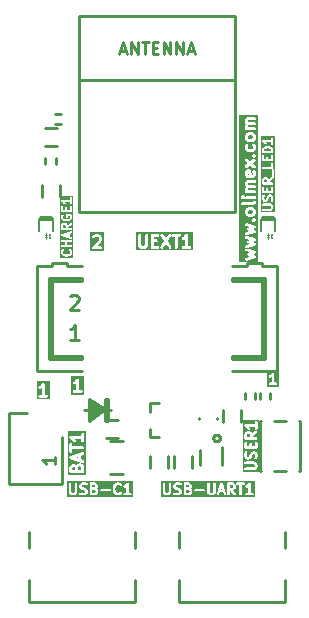
<source format=gbr>
%TF.GenerationSoftware,KiCad,Pcbnew,7.0.9-7.0.9~ubuntu22.04.1*%
%TF.CreationDate,2025-06-23T15:00:47+03:00*%
%TF.ProjectId,ESP32-C6-DevKit-Lipo_Rev_A,45535033-322d-4433-962d-4465764b6974,A*%
%TF.SameCoordinates,PX791ddc0PY791ddc0*%
%TF.FileFunction,Legend,Top*%
%TF.FilePolarity,Positive*%
%FSLAX46Y46*%
G04 Gerber Fmt 4.6, Leading zero omitted, Abs format (unit mm)*
G04 Created by KiCad (PCBNEW 7.0.9-7.0.9~ubuntu22.04.1) date 2025-06-23 15:00:47*
%MOMM*%
%LPD*%
G01*
G04 APERTURE LIST*
%ADD10C,0.254000*%
%ADD11C,0.222250*%
%ADD12C,0.190500*%
%ADD13C,0.127000*%
%ADD14C,0.050000*%
%ADD15C,0.100000*%
%ADD16C,0.228600*%
G04 APERTURE END LIST*
D10*
G36*
X3625050Y17264405D02*
G01*
X2501564Y17264405D01*
X2501564Y18257787D01*
X2646707Y18257787D01*
X2669275Y18189878D01*
X2724974Y18144952D01*
X2796121Y18137269D01*
X2830424Y18148670D01*
X2927186Y18197051D01*
X2928928Y18198672D01*
X2931255Y18199178D01*
X2936914Y18203415D01*
X2936914Y17663548D01*
X2773628Y17663548D01*
X2704967Y17643387D01*
X2658105Y17589306D01*
X2647921Y17518474D01*
X2677648Y17453381D01*
X2737848Y17414692D01*
X2773628Y17409548D01*
X3354200Y17409548D01*
X3422861Y17429709D01*
X3469723Y17483790D01*
X3479907Y17554622D01*
X3450180Y17619715D01*
X3389980Y17658404D01*
X3354200Y17663548D01*
X3190914Y17663548D01*
X3190914Y18552548D01*
X3181124Y18585889D01*
X3171892Y18619404D01*
X3171065Y18620145D01*
X3170753Y18621209D01*
X3144476Y18643978D01*
X3118605Y18667168D01*
X3117510Y18667345D01*
X3116672Y18668071D01*
X3082262Y18673019D01*
X3047955Y18678541D01*
X3046938Y18678098D01*
X3045840Y18678255D01*
X3014231Y18663821D01*
X2982371Y18649912D01*
X2981396Y18648825D01*
X2980747Y18648528D01*
X2979775Y18647017D01*
X2958244Y18622995D01*
X2868458Y18488317D01*
X2795158Y18415018D01*
X2716832Y18375854D01*
X2664436Y18327116D01*
X2646707Y18257787D01*
X2501564Y18257787D01*
X2501564Y18823684D01*
X3625050Y18823684D01*
X3625050Y17264405D01*
G37*
D11*
G36*
X23001836Y18348028D02*
G01*
X22024264Y18348028D01*
X22024264Y19204604D01*
X22151264Y19204604D01*
X22181979Y19143175D01*
X22242933Y19111531D01*
X22310846Y19121760D01*
X22395513Y19164092D01*
X22404025Y19172476D01*
X22404025Y18697278D01*
X22261150Y18697278D01*
X22195832Y18676055D01*
X22155464Y18620493D01*
X22155464Y18551813D01*
X22195832Y18496251D01*
X22261150Y18475028D01*
X22769150Y18475028D01*
X22834468Y18496251D01*
X22874836Y18551813D01*
X22874836Y18620493D01*
X22834468Y18676055D01*
X22769150Y18697278D01*
X22626275Y18697278D01*
X22626275Y19475153D01*
X22625551Y19477379D01*
X22626185Y19479632D01*
X22615003Y19509844D01*
X22605052Y19540471D01*
X22603158Y19541847D01*
X22602347Y19544040D01*
X22575559Y19561899D01*
X22549490Y19580839D01*
X22547149Y19580839D01*
X22545202Y19582137D01*
X22513023Y19580839D01*
X22480810Y19580839D01*
X22478916Y19579464D01*
X22476579Y19579369D01*
X22451311Y19559408D01*
X22425248Y19540471D01*
X22424524Y19538246D01*
X22422688Y19536794D01*
X22344125Y19418950D01*
X22279989Y19354814D01*
X22211454Y19320546D01*
X22162523Y19272353D01*
X22151264Y19204604D01*
X22024264Y19204604D01*
X22024264Y19709137D01*
X23001836Y19709137D01*
X23001836Y18348028D01*
G37*
D10*
G36*
X20772459Y33246018D02*
G01*
X20791696Y33226781D01*
X20817452Y33175269D01*
X20817452Y33090087D01*
X20791696Y33038575D01*
X20772459Y33019337D01*
X20720949Y32993582D01*
X20490623Y32993582D01*
X20439113Y33019337D01*
X20419874Y33038576D01*
X20394119Y33090086D01*
X20394119Y33175269D01*
X20419874Y33226779D01*
X20439113Y33246018D01*
X20490623Y33271773D01*
X20720949Y33271773D01*
X20772459Y33246018D01*
G37*
G36*
X20450871Y36283487D02*
G01*
X20442242Y36283487D01*
X20410160Y36299528D01*
X20394119Y36331610D01*
X20394119Y36465174D01*
X20408700Y36494338D01*
X20450871Y36283487D01*
G37*
G36*
X20772459Y39583923D02*
G01*
X20791696Y39564686D01*
X20817452Y39513174D01*
X20817452Y39427992D01*
X20791696Y39376480D01*
X20772459Y39357242D01*
X20720949Y39331487D01*
X20490623Y39331487D01*
X20439113Y39357242D01*
X20419874Y39376481D01*
X20394119Y39427991D01*
X20394119Y39513174D01*
X20419874Y39564684D01*
X20439113Y39583923D01*
X20490623Y39609678D01*
X20720949Y39609678D01*
X20772459Y39583923D01*
G37*
G36*
X21216595Y28869108D02*
G01*
X19656633Y28869108D01*
X19656633Y29932500D01*
X20141283Y29932500D01*
X20151984Y29861745D01*
X20199239Y29808006D01*
X20232229Y29793230D01*
X20552356Y29701765D01*
X20413476Y29646213D01*
X20394465Y29631272D01*
X20372976Y29620185D01*
X20366849Y29609567D01*
X20357214Y29601993D01*
X20349299Y29579149D01*
X20337214Y29558201D01*
X20337800Y29545957D01*
X20333789Y29534376D01*
X20339482Y29510879D01*
X20340640Y29486724D01*
X20347753Y29476741D01*
X20350640Y29464828D01*
X20368133Y29448138D01*
X20382166Y29428444D01*
X20398888Y29418796D01*
X20402415Y29415431D01*
X20405878Y29414763D01*
X20413476Y29410379D01*
X20552356Y29354828D01*
X20232229Y29263362D01*
X20171749Y29225114D01*
X20141547Y29160239D01*
X20151214Y29089335D01*
X20197680Y29034913D01*
X20266192Y29014251D01*
X20302009Y29019134D01*
X20979342Y29212658D01*
X21005075Y29228933D01*
X21032118Y29242883D01*
X21034980Y29247845D01*
X21039822Y29250906D01*
X21052671Y29278507D01*
X21067880Y29304867D01*
X21067605Y29310587D01*
X21070024Y29315781D01*
X21065910Y29345950D01*
X21064454Y29376345D01*
X21061130Y29381009D01*
X21060357Y29386685D01*
X21040593Y29409833D01*
X21022929Y29434624D01*
X21016025Y29438607D01*
X21013891Y29441107D01*
X21009284Y29442497D01*
X20991618Y29452689D01*
X20802601Y29528296D01*
X20991618Y29603903D01*
X21015552Y29622714D01*
X21041036Y29639355D01*
X21043377Y29644583D01*
X21047881Y29648122D01*
X21057844Y29676882D01*
X21070288Y29704664D01*
X21069431Y29710329D01*
X21071306Y29715740D01*
X21064139Y29745318D01*
X21059587Y29775419D01*
X21055803Y29779722D01*
X21054455Y29785288D01*
X21032437Y29806295D01*
X21012332Y29829158D01*
X21005056Y29832417D01*
X21002679Y29834685D01*
X20997956Y29835597D01*
X20979342Y29843934D01*
X20302009Y30037458D01*
X20230451Y30036935D01*
X20170535Y29997809D01*
X20141283Y29932500D01*
X19656633Y29932500D01*
X19656633Y30996881D01*
X20141283Y30996881D01*
X20151984Y30926126D01*
X20199239Y30872387D01*
X20232229Y30857611D01*
X20552356Y30766146D01*
X20413476Y30710594D01*
X20394465Y30695653D01*
X20372976Y30684566D01*
X20366849Y30673948D01*
X20357214Y30666374D01*
X20349299Y30643530D01*
X20337214Y30622582D01*
X20337800Y30610338D01*
X20333789Y30598757D01*
X20339482Y30575260D01*
X20340640Y30551105D01*
X20347753Y30541122D01*
X20350640Y30529209D01*
X20368133Y30512519D01*
X20382166Y30492825D01*
X20398888Y30483177D01*
X20402415Y30479812D01*
X20405878Y30479144D01*
X20413476Y30474760D01*
X20552356Y30419209D01*
X20232229Y30327743D01*
X20171749Y30289495D01*
X20141547Y30224620D01*
X20151214Y30153716D01*
X20197680Y30099294D01*
X20266192Y30078632D01*
X20302009Y30083515D01*
X20979342Y30277039D01*
X21005075Y30293314D01*
X21032118Y30307264D01*
X21034980Y30312226D01*
X21039822Y30315287D01*
X21052671Y30342888D01*
X21067880Y30369248D01*
X21067605Y30374968D01*
X21070024Y30380162D01*
X21065910Y30410331D01*
X21064454Y30440726D01*
X21061130Y30445390D01*
X21060357Y30451066D01*
X21040593Y30474214D01*
X21022929Y30499005D01*
X21016025Y30502988D01*
X21013891Y30505488D01*
X21009284Y30506878D01*
X20991618Y30517070D01*
X20802601Y30592677D01*
X20991618Y30668284D01*
X21015552Y30687095D01*
X21041036Y30703736D01*
X21043377Y30708964D01*
X21047881Y30712503D01*
X21057844Y30741263D01*
X21070288Y30769045D01*
X21069431Y30774710D01*
X21071306Y30780121D01*
X21064139Y30809699D01*
X21059587Y30839800D01*
X21055803Y30844103D01*
X21054455Y30849669D01*
X21032437Y30870676D01*
X21012332Y30893539D01*
X21005056Y30896798D01*
X21002679Y30899066D01*
X20997956Y30899978D01*
X20979342Y30908315D01*
X20302009Y31101839D01*
X20230451Y31101316D01*
X20170535Y31062190D01*
X20141283Y30996881D01*
X19656633Y30996881D01*
X19656633Y32061262D01*
X20141283Y32061262D01*
X20151984Y31990507D01*
X20199239Y31936768D01*
X20232229Y31921992D01*
X20552356Y31830527D01*
X20413476Y31774975D01*
X20394465Y31760034D01*
X20372976Y31748947D01*
X20366849Y31738329D01*
X20357214Y31730755D01*
X20349299Y31707911D01*
X20337214Y31686963D01*
X20337800Y31674719D01*
X20333789Y31663138D01*
X20339482Y31639641D01*
X20340640Y31615486D01*
X20347753Y31605503D01*
X20350640Y31593590D01*
X20368133Y31576900D01*
X20382166Y31557206D01*
X20398888Y31547558D01*
X20402415Y31544193D01*
X20405878Y31543525D01*
X20413476Y31539141D01*
X20552356Y31483590D01*
X20232229Y31392124D01*
X20171749Y31353876D01*
X20141547Y31289001D01*
X20151214Y31218097D01*
X20197680Y31163675D01*
X20266192Y31143013D01*
X20302009Y31147896D01*
X20979342Y31341420D01*
X21005075Y31357695D01*
X21032118Y31371645D01*
X21034980Y31376607D01*
X21039822Y31379668D01*
X21052671Y31407269D01*
X21067880Y31433629D01*
X21067605Y31439349D01*
X21070024Y31444543D01*
X21065910Y31474712D01*
X21064454Y31505107D01*
X21061130Y31509771D01*
X21060357Y31515447D01*
X21040593Y31538595D01*
X21022929Y31563386D01*
X21016025Y31567369D01*
X21013891Y31569869D01*
X21009284Y31571259D01*
X20991618Y31581451D01*
X20802601Y31657058D01*
X20991618Y31732665D01*
X21015552Y31751476D01*
X21041036Y31768117D01*
X21043377Y31773345D01*
X21047881Y31776884D01*
X21057844Y31805644D01*
X21070288Y31833426D01*
X21069431Y31839091D01*
X21071306Y31844502D01*
X21064139Y31874080D01*
X21059587Y31904181D01*
X21055803Y31908484D01*
X21054455Y31914050D01*
X21032437Y31935057D01*
X21012332Y31957920D01*
X21005056Y31961179D01*
X21002679Y31963447D01*
X20997956Y31964359D01*
X20979342Y31972696D01*
X20302009Y32166220D01*
X20230451Y32165697D01*
X20170535Y32126571D01*
X20141283Y32061262D01*
X19656633Y32061262D01*
X19656633Y32440213D01*
X20721015Y32440213D01*
X20723947Y32426734D01*
X20721984Y32413079D01*
X20727713Y32400533D01*
X20728698Y32386771D01*
X20734255Y32379348D01*
X20736226Y32370288D01*
X20749818Y32352130D01*
X20751711Y32347986D01*
X20754041Y32346489D01*
X20757888Y32341350D01*
X20806269Y32292969D01*
X20814409Y32288525D01*
X20819965Y32281103D01*
X20845319Y32271647D01*
X20869076Y32258675D01*
X20878325Y32259337D01*
X20887013Y32256096D01*
X20913457Y32261849D01*
X20940454Y32263779D01*
X20947876Y32269336D01*
X20956938Y32271307D01*
X20985875Y32292970D01*
X21034255Y32341351D01*
X21038698Y32349490D01*
X21046119Y32355044D01*
X21050939Y32367968D01*
X21059975Y32378395D01*
X21061938Y32392052D01*
X21068549Y32404158D01*
X21067887Y32413405D01*
X21071128Y32422092D01*
X21068195Y32435573D01*
X21070159Y32449227D01*
X21064428Y32461776D01*
X21063444Y32475536D01*
X21057888Y32482957D01*
X21055918Y32492017D01*
X21042325Y32510175D01*
X21040432Y32514320D01*
X21038100Y32515819D01*
X21034255Y32520955D01*
X20985875Y32569336D01*
X20977735Y32573781D01*
X20972180Y32581202D01*
X20946825Y32590659D01*
X20923069Y32603631D01*
X20913819Y32602970D01*
X20905132Y32606210D01*
X20878687Y32600458D01*
X20851692Y32598527D01*
X20844268Y32592971D01*
X20835207Y32590999D01*
X20806269Y32569337D01*
X20757888Y32520956D01*
X20753443Y32512818D01*
X20746022Y32507261D01*
X20741201Y32494336D01*
X20732168Y32483911D01*
X20730204Y32470257D01*
X20723594Y32458149D01*
X20724255Y32448901D01*
X20721015Y32440213D01*
X19656633Y32440213D01*
X19656633Y33060106D01*
X20140119Y33060106D01*
X20143362Y33049061D01*
X20142126Y33037613D01*
X20153527Y33003310D01*
X20201908Y32906548D01*
X20203528Y32904806D01*
X20204035Y32902479D01*
X20225697Y32873541D01*
X20274078Y32825160D01*
X20276167Y32824019D01*
X20277383Y32821973D01*
X20307085Y32801371D01*
X20403847Y32752990D01*
X20415176Y32750952D01*
X20424863Y32744726D01*
X20460643Y32739582D01*
X20750929Y32739582D01*
X20761974Y32742826D01*
X20773422Y32741589D01*
X20807725Y32752990D01*
X20904487Y32801371D01*
X20906229Y32802992D01*
X20908556Y32803498D01*
X20937494Y32825160D01*
X20985875Y32873541D01*
X20987016Y32875632D01*
X20989063Y32876847D01*
X21009665Y32906549D01*
X21058045Y33003311D01*
X21060083Y33014642D01*
X21066308Y33024326D01*
X21071452Y33060106D01*
X21071452Y33205249D01*
X21068208Y33216294D01*
X21069445Y33227741D01*
X21058045Y33262044D01*
X21009665Y33358806D01*
X21008043Y33360550D01*
X21007537Y33362876D01*
X20985875Y33391814D01*
X20937494Y33440195D01*
X20935404Y33441337D01*
X20934189Y33443382D01*
X20904487Y33463984D01*
X20807725Y33512365D01*
X20796395Y33514404D01*
X20786709Y33520629D01*
X20750929Y33525773D01*
X20460643Y33525773D01*
X20449597Y33522530D01*
X20438150Y33523766D01*
X20403847Y33512365D01*
X20307085Y33463984D01*
X20305342Y33462364D01*
X20303016Y33461857D01*
X20274078Y33440195D01*
X20225697Y33391814D01*
X20224555Y33389725D01*
X20222510Y33388509D01*
X20201908Y33358807D01*
X20153527Y33262045D01*
X20151488Y33250716D01*
X20145263Y33241029D01*
X20140119Y33205249D01*
X20140119Y33060106D01*
X19656633Y33060106D01*
X19656633Y33816127D01*
X19802745Y33816127D01*
X19832472Y33751034D01*
X19892672Y33712345D01*
X19928452Y33707201D01*
X20799310Y33707201D01*
X20810355Y33710445D01*
X20821803Y33709208D01*
X20856106Y33720609D01*
X20952868Y33768990D01*
X20969514Y33784475D01*
X20989063Y33796085D01*
X21001913Y33814612D01*
X21005264Y33817728D01*
X21005958Y33820444D01*
X21009665Y33825787D01*
X21058045Y33922549D01*
X21070718Y33992978D01*
X21043303Y34059078D01*
X20984503Y34099863D01*
X20912988Y34102384D01*
X20851461Y34065842D01*
X20830859Y34036139D01*
X20801410Y33977242D01*
X20769330Y33961201D01*
X19928452Y33961201D01*
X19859791Y33941040D01*
X19812929Y33886959D01*
X19802745Y33816127D01*
X19656633Y33816127D01*
X19656633Y34375451D01*
X19801776Y34375451D01*
X19804708Y34361972D01*
X19802745Y34348317D01*
X19808474Y34335771D01*
X19809459Y34322009D01*
X19815016Y34314586D01*
X19816987Y34305526D01*
X19830579Y34287368D01*
X19832472Y34283224D01*
X19834802Y34281727D01*
X19838649Y34276588D01*
X19887030Y34228207D01*
X19895168Y34223763D01*
X19900725Y34216341D01*
X19926083Y34206884D01*
X19949837Y34193913D01*
X19959085Y34194575D01*
X19967773Y34191334D01*
X19994217Y34197087D01*
X20021215Y34199017D01*
X20028638Y34204575D01*
X20037698Y34206545D01*
X20066636Y34228207D01*
X20115017Y34276588D01*
X20119461Y34284729D01*
X20126882Y34290283D01*
X20131702Y34303207D01*
X20140737Y34313633D01*
X20142700Y34327288D01*
X20147228Y34335581D01*
X20171139Y34283224D01*
X20231339Y34244535D01*
X20267119Y34239391D01*
X20944452Y34239391D01*
X21013113Y34259552D01*
X21059975Y34313633D01*
X21070159Y34384465D01*
X21040432Y34449558D01*
X20980232Y34488247D01*
X20944452Y34493391D01*
X20267119Y34493391D01*
X20198458Y34473230D01*
X20151596Y34419149D01*
X20147641Y34391646D01*
X20145191Y34397012D01*
X20144207Y34410773D01*
X20138649Y34418197D01*
X20136679Y34427256D01*
X20123086Y34445415D01*
X20121194Y34449558D01*
X20118863Y34451056D01*
X20115017Y34456194D01*
X20066636Y34504575D01*
X20058495Y34509020D01*
X20052941Y34516440D01*
X20027586Y34525897D01*
X20003829Y34538869D01*
X19994580Y34538208D01*
X19985893Y34541448D01*
X19959448Y34535696D01*
X19932451Y34533765D01*
X19925027Y34528208D01*
X19915968Y34526237D01*
X19887030Y34504575D01*
X19838649Y34456194D01*
X19834204Y34448056D01*
X19826783Y34442499D01*
X19821962Y34429574D01*
X19812929Y34419149D01*
X19810965Y34405495D01*
X19804355Y34393387D01*
X19805016Y34384139D01*
X19801776Y34375451D01*
X19656633Y34375451D01*
X19656633Y34995344D01*
X20140119Y34995344D01*
X20143362Y34984299D01*
X20142126Y34972851D01*
X20153527Y34938548D01*
X20164104Y34917394D01*
X20151596Y34902959D01*
X20141412Y34832127D01*
X20171139Y34767034D01*
X20231339Y34728345D01*
X20267119Y34723201D01*
X20944452Y34723201D01*
X21013113Y34743362D01*
X21059975Y34797443D01*
X21070159Y34868275D01*
X21040432Y34933368D01*
X20980232Y34972057D01*
X20944452Y34977201D01*
X20418180Y34977201D01*
X20394119Y35025324D01*
X20394119Y35110507D01*
X20410160Y35142589D01*
X20442242Y35158630D01*
X20944452Y35158630D01*
X21013113Y35178791D01*
X21059975Y35232872D01*
X21070159Y35303704D01*
X21040432Y35368797D01*
X20980232Y35407486D01*
X20944452Y35412630D01*
X20442242Y35412630D01*
X20410160Y35428671D01*
X20394119Y35460753D01*
X20394119Y35545935D01*
X20410160Y35578018D01*
X20442242Y35594058D01*
X20944452Y35594058D01*
X21013113Y35614219D01*
X21059975Y35668300D01*
X21070159Y35739132D01*
X21040432Y35804225D01*
X20980232Y35842914D01*
X20944452Y35848058D01*
X20412262Y35848058D01*
X20401216Y35844815D01*
X20389769Y35846051D01*
X20355466Y35834650D01*
X20258704Y35786269D01*
X20242057Y35770785D01*
X20222510Y35759175D01*
X20209659Y35740649D01*
X20206308Y35737531D01*
X20205613Y35734816D01*
X20201908Y35729473D01*
X20153527Y35632713D01*
X20151487Y35621382D01*
X20145263Y35611696D01*
X20140119Y35575916D01*
X20140119Y35430773D01*
X20143362Y35419728D01*
X20142126Y35408280D01*
X20153527Y35373977D01*
X20197700Y35285630D01*
X20153527Y35197283D01*
X20151488Y35185954D01*
X20145263Y35176267D01*
X20140119Y35140487D01*
X20140119Y34995344D01*
X19656633Y34995344D01*
X19656633Y36301630D01*
X20140119Y36301630D01*
X20143362Y36290585D01*
X20142126Y36279137D01*
X20153527Y36244834D01*
X20201908Y36148072D01*
X20217391Y36131427D01*
X20229002Y36111878D01*
X20247528Y36099028D01*
X20250646Y36095676D01*
X20253361Y36094982D01*
X20258704Y36091276D01*
X20355466Y36042895D01*
X20366795Y36040857D01*
X20376482Y36034631D01*
X20412262Y36029487D01*
X20799310Y36029487D01*
X20810355Y36032731D01*
X20821803Y36031494D01*
X20856106Y36042895D01*
X20952868Y36091276D01*
X20969514Y36106761D01*
X20989063Y36118371D01*
X21001913Y36136898D01*
X21005264Y36140014D01*
X21005958Y36142730D01*
X21009665Y36148073D01*
X21058045Y36244835D01*
X21060083Y36256166D01*
X21066308Y36265850D01*
X21071452Y36301630D01*
X21071452Y36495154D01*
X21068208Y36506199D01*
X21069445Y36517646D01*
X21058045Y36551949D01*
X21009665Y36648711D01*
X20960926Y36701108D01*
X20891598Y36718837D01*
X20823689Y36696269D01*
X20778762Y36640571D01*
X20771079Y36569424D01*
X20782479Y36535121D01*
X20817452Y36465174D01*
X20817452Y36331611D01*
X20801410Y36299528D01*
X20769330Y36283487D01*
X20709901Y36283487D01*
X20633558Y36665204D01*
X20618481Y36693954D01*
X20605004Y36723464D01*
X20601988Y36725402D01*
X20600323Y36728578D01*
X20572104Y36744608D01*
X20544804Y36762153D01*
X20540002Y36762844D01*
X20538102Y36763923D01*
X20534037Y36763701D01*
X20509024Y36767297D01*
X20412262Y36767297D01*
X20401216Y36764054D01*
X20389769Y36765290D01*
X20355466Y36753889D01*
X20258704Y36705508D01*
X20242057Y36690024D01*
X20222510Y36678414D01*
X20209659Y36659888D01*
X20206308Y36656770D01*
X20205613Y36654055D01*
X20201908Y36648712D01*
X20153527Y36551950D01*
X20151488Y36540621D01*
X20145263Y36530934D01*
X20140119Y36495154D01*
X20140119Y36301630D01*
X19656633Y36301630D01*
X19656633Y37505057D01*
X20140266Y37505057D01*
X20163699Y37437442D01*
X20188656Y37411292D01*
X20400225Y37245059D01*
X20188656Y37078825D01*
X20147122Y37020552D01*
X20143686Y36949075D01*
X20179440Y36887087D01*
X20243031Y36854269D01*
X20314270Y36861040D01*
X20345582Y36879101D01*
X20605785Y37083547D01*
X20865988Y36879101D01*
X20932434Y36852534D01*
X21002694Y36866106D01*
X21054464Y36915511D01*
X21071305Y36985060D01*
X21047871Y37052675D01*
X21022915Y37078826D01*
X20811346Y37245059D01*
X21022915Y37411291D01*
X21064449Y37469565D01*
X21067885Y37541042D01*
X21032131Y37603030D01*
X20968540Y37635848D01*
X20897301Y37629077D01*
X20865988Y37611016D01*
X20605785Y37406571D01*
X20345582Y37611016D01*
X20279137Y37637584D01*
X20208876Y37624011D01*
X20157107Y37574607D01*
X20140266Y37505057D01*
X19656633Y37505057D01*
X19656633Y37907261D01*
X20721015Y37907261D01*
X20723947Y37893782D01*
X20721984Y37880127D01*
X20727713Y37867581D01*
X20728698Y37853819D01*
X20734255Y37846396D01*
X20736226Y37837336D01*
X20749818Y37819178D01*
X20751711Y37815034D01*
X20754041Y37813537D01*
X20757888Y37808398D01*
X20806269Y37760017D01*
X20814409Y37755573D01*
X20819965Y37748151D01*
X20845319Y37738695D01*
X20869076Y37725723D01*
X20878325Y37726385D01*
X20887013Y37723144D01*
X20913457Y37728897D01*
X20940454Y37730827D01*
X20947876Y37736384D01*
X20956938Y37738355D01*
X20985875Y37760018D01*
X21034255Y37808399D01*
X21038698Y37816538D01*
X21046119Y37822092D01*
X21050939Y37835016D01*
X21059975Y37845443D01*
X21061938Y37859100D01*
X21068549Y37871206D01*
X21067887Y37880453D01*
X21071128Y37889140D01*
X21068195Y37902621D01*
X21070159Y37916275D01*
X21064428Y37928824D01*
X21063444Y37942584D01*
X21057888Y37950005D01*
X21055918Y37959065D01*
X21042325Y37977223D01*
X21040432Y37981368D01*
X21038100Y37982867D01*
X21034255Y37988003D01*
X20985875Y38036384D01*
X20977735Y38040829D01*
X20972180Y38048250D01*
X20946825Y38057707D01*
X20923069Y38070679D01*
X20913819Y38070018D01*
X20905132Y38073258D01*
X20878687Y38067506D01*
X20851692Y38065575D01*
X20844268Y38060019D01*
X20835207Y38058047D01*
X20806269Y38036385D01*
X20757888Y37988004D01*
X20753443Y37979866D01*
X20746022Y37974309D01*
X20741201Y37961384D01*
X20732168Y37950959D01*
X20730204Y37937305D01*
X20723594Y37925197D01*
X20724255Y37915949D01*
X20721015Y37907261D01*
X19656633Y37907261D01*
X19656633Y38527154D01*
X20140119Y38527154D01*
X20143362Y38516109D01*
X20142126Y38504661D01*
X20153527Y38470358D01*
X20201908Y38373596D01*
X20203528Y38371854D01*
X20204035Y38369527D01*
X20225697Y38340589D01*
X20274078Y38292208D01*
X20276167Y38291067D01*
X20277383Y38289021D01*
X20307085Y38268419D01*
X20403847Y38220038D01*
X20415176Y38218000D01*
X20424863Y38211774D01*
X20460643Y38206630D01*
X20750929Y38206630D01*
X20761974Y38209874D01*
X20773422Y38208637D01*
X20807725Y38220038D01*
X20904487Y38268419D01*
X20906229Y38270040D01*
X20908556Y38270546D01*
X20937494Y38292208D01*
X20985875Y38340589D01*
X20987016Y38342680D01*
X20989063Y38343895D01*
X21009665Y38373597D01*
X21058045Y38470359D01*
X21060083Y38481690D01*
X21066308Y38491374D01*
X21071452Y38527154D01*
X21071452Y38720678D01*
X21068208Y38731723D01*
X21069445Y38743170D01*
X21058045Y38777473D01*
X21009665Y38874235D01*
X20960926Y38926632D01*
X20891598Y38944361D01*
X20823689Y38921793D01*
X20778762Y38866095D01*
X20771079Y38794948D01*
X20782479Y38760645D01*
X20817452Y38690698D01*
X20817452Y38557135D01*
X20791696Y38505623D01*
X20772459Y38486385D01*
X20720949Y38460630D01*
X20490623Y38460630D01*
X20439113Y38486385D01*
X20419874Y38505624D01*
X20394119Y38557134D01*
X20394119Y38690698D01*
X20429092Y38760644D01*
X20441766Y38831072D01*
X20414352Y38897173D01*
X20355552Y38937959D01*
X20284037Y38940480D01*
X20222510Y38903938D01*
X20201908Y38874236D01*
X20153527Y38777474D01*
X20151488Y38766145D01*
X20145263Y38756458D01*
X20140119Y38720678D01*
X20140119Y38527154D01*
X19656633Y38527154D01*
X19656633Y39398011D01*
X20140119Y39398011D01*
X20143362Y39386966D01*
X20142126Y39375518D01*
X20153527Y39341215D01*
X20201908Y39244453D01*
X20203528Y39242711D01*
X20204035Y39240384D01*
X20225697Y39211446D01*
X20274078Y39163065D01*
X20276167Y39161924D01*
X20277383Y39159878D01*
X20307085Y39139276D01*
X20403847Y39090895D01*
X20415176Y39088857D01*
X20424863Y39082631D01*
X20460643Y39077487D01*
X20750929Y39077487D01*
X20761974Y39080731D01*
X20773422Y39079494D01*
X20807725Y39090895D01*
X20904487Y39139276D01*
X20906229Y39140897D01*
X20908556Y39141403D01*
X20937494Y39163065D01*
X20985875Y39211446D01*
X20987016Y39213537D01*
X20989063Y39214752D01*
X21009665Y39244454D01*
X21058045Y39341216D01*
X21060083Y39352547D01*
X21066308Y39362231D01*
X21071452Y39398011D01*
X21071452Y39543154D01*
X21068208Y39554199D01*
X21069445Y39565646D01*
X21058045Y39599949D01*
X21009665Y39696711D01*
X21008043Y39698455D01*
X21007537Y39700781D01*
X20985875Y39729719D01*
X20937494Y39778100D01*
X20935404Y39779242D01*
X20934189Y39781287D01*
X20904487Y39801889D01*
X20807725Y39850270D01*
X20796395Y39852309D01*
X20786709Y39858534D01*
X20750929Y39863678D01*
X20460643Y39863678D01*
X20449597Y39860435D01*
X20438150Y39861671D01*
X20403847Y39850270D01*
X20307085Y39801889D01*
X20305342Y39800269D01*
X20303016Y39799762D01*
X20274078Y39778100D01*
X20225697Y39729719D01*
X20224555Y39727630D01*
X20222510Y39726414D01*
X20201908Y39696712D01*
X20153527Y39599950D01*
X20151488Y39588621D01*
X20145263Y39578934D01*
X20140119Y39543154D01*
X20140119Y39398011D01*
X19656633Y39398011D01*
X19656633Y40317249D01*
X20140119Y40317249D01*
X20143362Y40306204D01*
X20142126Y40294756D01*
X20153527Y40260453D01*
X20164104Y40239299D01*
X20151596Y40224864D01*
X20141412Y40154032D01*
X20171139Y40088939D01*
X20231339Y40050250D01*
X20267119Y40045106D01*
X20944452Y40045106D01*
X21013113Y40065267D01*
X21059975Y40119348D01*
X21070159Y40190180D01*
X21040432Y40255273D01*
X20980232Y40293962D01*
X20944452Y40299106D01*
X20418180Y40299106D01*
X20394119Y40347229D01*
X20394119Y40432412D01*
X20410160Y40464494D01*
X20442242Y40480535D01*
X20944452Y40480535D01*
X21013113Y40500696D01*
X21059975Y40554777D01*
X21070159Y40625609D01*
X21040432Y40690702D01*
X20980232Y40729391D01*
X20944452Y40734535D01*
X20442242Y40734535D01*
X20410160Y40750576D01*
X20394119Y40782658D01*
X20394119Y40867840D01*
X20410160Y40899923D01*
X20442242Y40915963D01*
X20944452Y40915963D01*
X21013113Y40936124D01*
X21059975Y40990205D01*
X21070159Y41061037D01*
X21040432Y41126130D01*
X20980232Y41164819D01*
X20944452Y41169963D01*
X20412262Y41169963D01*
X20401216Y41166720D01*
X20389769Y41167956D01*
X20355466Y41156555D01*
X20258704Y41108174D01*
X20242057Y41092690D01*
X20222510Y41081080D01*
X20209659Y41062554D01*
X20206308Y41059436D01*
X20205613Y41056721D01*
X20201908Y41051378D01*
X20153527Y40954618D01*
X20151487Y40943287D01*
X20145263Y40933601D01*
X20140119Y40897821D01*
X20140119Y40752678D01*
X20143362Y40741633D01*
X20142126Y40730185D01*
X20153527Y40695882D01*
X20197700Y40607535D01*
X20153527Y40519188D01*
X20151488Y40507859D01*
X20145263Y40498172D01*
X20140119Y40462392D01*
X20140119Y40317249D01*
X19656633Y40317249D01*
X19656633Y41315106D01*
X21216595Y41315106D01*
X21216595Y28869108D01*
G37*
G36*
X8198343Y29837405D02*
G01*
X7026397Y29837405D01*
X7026397Y30091474D01*
X7171540Y30091474D01*
X7177270Y30078927D01*
X7178254Y30065167D01*
X7191845Y30047011D01*
X7201267Y30026381D01*
X7212872Y30018923D01*
X7221139Y30007880D01*
X7242384Y29999956D01*
X7261467Y29987692D01*
X7283918Y29984465D01*
X7288187Y29982872D01*
X7290895Y29983462D01*
X7297247Y29982548D01*
X7926200Y29982548D01*
X7994861Y30002709D01*
X8041723Y30056790D01*
X8051907Y30127622D01*
X8022180Y30192715D01*
X7961980Y30231404D01*
X7926200Y30236548D01*
X7603852Y30236548D01*
X7967621Y30600316D01*
X7973138Y30610421D01*
X7982107Y30617641D01*
X7998302Y30649958D01*
X8046683Y30795101D01*
X8046769Y30797480D01*
X8048056Y30799482D01*
X8053200Y30835262D01*
X8053200Y30932024D01*
X8049956Y30943070D01*
X8051193Y30954517D01*
X8039792Y30988820D01*
X7991411Y31085582D01*
X7989790Y31087325D01*
X7989284Y31089651D01*
X7967622Y31118589D01*
X7919241Y31166970D01*
X7917151Y31168112D01*
X7915936Y31170157D01*
X7886234Y31190759D01*
X7789472Y31239140D01*
X7778142Y31241179D01*
X7768456Y31247404D01*
X7732676Y31252548D01*
X7490771Y31252548D01*
X7479725Y31249305D01*
X7468278Y31250541D01*
X7433975Y31239140D01*
X7337213Y31190759D01*
X7335470Y31189139D01*
X7333144Y31188632D01*
X7304206Y31166970D01*
X7255825Y31118589D01*
X7221531Y31055782D01*
X7226635Y30984404D01*
X7269520Y30927117D01*
X7336568Y30902110D01*
X7406493Y30917321D01*
X7435431Y30938983D01*
X7469241Y30972793D01*
X7520751Y30998548D01*
X7702696Y30998548D01*
X7754206Y30972793D01*
X7773445Y30953554D01*
X7799200Y30902044D01*
X7799200Y30855872D01*
X7766817Y30758723D01*
X7207445Y30199351D01*
X7196576Y30179447D01*
X7181724Y30162306D01*
X7179760Y30148651D01*
X7173150Y30136544D01*
X7174767Y30113923D01*
X7171540Y30091474D01*
X7026397Y30091474D01*
X7026397Y31397691D01*
X8198343Y31397691D01*
X8198343Y29837405D01*
G37*
G36*
X5721628Y11507056D02*
G01*
X5740867Y11487817D01*
X5766622Y11436307D01*
X5766622Y11254620D01*
X5536812Y11254620D01*
X5536812Y11436307D01*
X5562567Y11487817D01*
X5581806Y11507056D01*
X5633316Y11532811D01*
X5670118Y11532811D01*
X5721628Y11507056D01*
G37*
G36*
X6253819Y11555437D02*
G01*
X6273056Y11536200D01*
X6298812Y11484688D01*
X6298812Y11254620D01*
X6020622Y11254620D01*
X6020622Y11445677D01*
X6053005Y11542826D01*
X6065616Y11555437D01*
X6117126Y11581192D01*
X6202309Y11581192D01*
X6253819Y11555437D01*
G37*
G36*
X6008527Y12271443D02*
G01*
X5811421Y12337144D01*
X6008527Y12402846D01*
X6008527Y12271443D01*
G37*
G36*
X6697955Y10855477D02*
G01*
X5137669Y10855477D01*
X5137669Y11127620D01*
X5282812Y11127620D01*
X5285424Y11118723D01*
X5284105Y11109546D01*
X5295347Y11084928D01*
X5302973Y11058959D01*
X5309980Y11052888D01*
X5313832Y11044453D01*
X5336600Y11029821D01*
X5357054Y11012097D01*
X5366230Y11010778D01*
X5374032Y11005764D01*
X5409812Y11000620D01*
X6425812Y11000620D01*
X6434709Y11003233D01*
X6443886Y11001913D01*
X6468504Y11013156D01*
X6494473Y11020781D01*
X6500544Y11027789D01*
X6508979Y11031640D01*
X6523611Y11054409D01*
X6541335Y11074862D01*
X6542654Y11084039D01*
X6547668Y11091840D01*
X6552812Y11127620D01*
X6552812Y11514668D01*
X6549568Y11525713D01*
X6550805Y11537160D01*
X6539405Y11571463D01*
X6491025Y11668225D01*
X6489403Y11669969D01*
X6488897Y11672295D01*
X6467235Y11701233D01*
X6418854Y11749614D01*
X6416764Y11750756D01*
X6415549Y11752801D01*
X6385847Y11773403D01*
X6289085Y11821784D01*
X6277755Y11823823D01*
X6268069Y11830048D01*
X6232289Y11835192D01*
X6087146Y11835192D01*
X6076100Y11831949D01*
X6064653Y11833185D01*
X6030350Y11821784D01*
X5933588Y11773403D01*
X5931845Y11771783D01*
X5929519Y11771276D01*
X5900581Y11749614D01*
X5866842Y11715876D01*
X5853656Y11725022D01*
X5756894Y11773403D01*
X5745564Y11775442D01*
X5735878Y11781667D01*
X5700098Y11786811D01*
X5603336Y11786811D01*
X5592290Y11783568D01*
X5580843Y11784804D01*
X5546540Y11773403D01*
X5449778Y11725022D01*
X5448035Y11723402D01*
X5445709Y11722895D01*
X5416771Y11701233D01*
X5368390Y11652852D01*
X5367248Y11650763D01*
X5365203Y11649547D01*
X5344601Y11619845D01*
X5296220Y11523083D01*
X5294181Y11511754D01*
X5287956Y11502067D01*
X5282812Y11466287D01*
X5282812Y11127620D01*
X5137669Y11127620D01*
X5137669Y12350663D01*
X5283534Y12350663D01*
X5289118Y12319790D01*
X5292458Y12288596D01*
X5295427Y12284908D01*
X5296271Y12280245D01*
X5317661Y12257291D01*
X5337334Y12232856D01*
X5343146Y12229944D01*
X5345057Y12227893D01*
X5349492Y12226764D01*
X5369651Y12216661D01*
X6385651Y11877994D01*
X6457164Y11875408D01*
X6518723Y11911895D01*
X6550783Y11975871D01*
X6543166Y12047025D01*
X6498290Y12102765D01*
X6465973Y12118960D01*
X6262527Y12186776D01*
X6262527Y12487513D01*
X6465973Y12555328D01*
X6524735Y12596167D01*
X6552090Y12662292D01*
X6539352Y12732710D01*
X6490567Y12785062D01*
X6421221Y12802728D01*
X6385651Y12796294D01*
X5369651Y12457627D01*
X5343884Y12439720D01*
X5316901Y12423726D01*
X5314778Y12419492D01*
X5310889Y12416788D01*
X5298897Y12387801D01*
X5284840Y12359750D01*
X5285344Y12355040D01*
X5283534Y12350663D01*
X5137669Y12350663D01*
X5137669Y12869334D01*
X5282812Y12869334D01*
X5302973Y12800673D01*
X5357054Y12753811D01*
X5427886Y12743627D01*
X5492979Y12773354D01*
X5531668Y12833554D01*
X5536812Y12869334D01*
X5536812Y13032620D01*
X6425812Y13032620D01*
X6494473Y13052781D01*
X6541335Y13106862D01*
X6551519Y13177694D01*
X6521792Y13242787D01*
X6461592Y13281476D01*
X6425812Y13286620D01*
X5536812Y13286620D01*
X5536812Y13449906D01*
X5516651Y13518567D01*
X5462570Y13565429D01*
X5391738Y13575613D01*
X5326645Y13545886D01*
X5287956Y13485686D01*
X5282812Y13449906D01*
X5282812Y12869334D01*
X5137669Y12869334D01*
X5137669Y14014518D01*
X5283819Y14014518D01*
X5284262Y14013502D01*
X5284105Y14012403D01*
X5298539Y13980795D01*
X5312448Y13948934D01*
X5313535Y13947960D01*
X5313832Y13947310D01*
X5315343Y13946339D01*
X5339365Y13924807D01*
X5474041Y13835023D01*
X5547342Y13761723D01*
X5586506Y13683395D01*
X5635244Y13630999D01*
X5704573Y13613270D01*
X5772482Y13635838D01*
X5817408Y13691537D01*
X5825091Y13762684D01*
X5813690Y13796987D01*
X5765309Y13893749D01*
X5763688Y13895492D01*
X5763182Y13897818D01*
X5758946Y13903477D01*
X6298812Y13903477D01*
X6298812Y13740191D01*
X6318973Y13671530D01*
X6373054Y13624668D01*
X6443886Y13614484D01*
X6508979Y13644211D01*
X6547668Y13704411D01*
X6552812Y13740191D01*
X6552812Y14320763D01*
X6532651Y14389424D01*
X6478570Y14436286D01*
X6407738Y14446470D01*
X6342645Y14416743D01*
X6303956Y14356543D01*
X6298812Y14320763D01*
X6298812Y14157477D01*
X5409812Y14157477D01*
X5376471Y14147688D01*
X5342956Y14138455D01*
X5342215Y14137629D01*
X5341151Y14137316D01*
X5318382Y14111040D01*
X5295192Y14085168D01*
X5295015Y14084074D01*
X5294289Y14083235D01*
X5289341Y14048826D01*
X5283819Y14014518D01*
X5137669Y14014518D01*
X5137669Y14591613D01*
X6697955Y14591613D01*
X6697955Y10855477D01*
G37*
X4099932Y12425007D02*
X4099932Y11796435D01*
X4099932Y12110721D02*
X2999932Y12110721D01*
X2999932Y12110721D02*
X3157075Y12005959D01*
X3157075Y12005959D02*
X3261837Y11901197D01*
X3261837Y11901197D02*
X3314218Y11796435D01*
D11*
G36*
X7475305Y9578495D02*
G01*
X7486337Y9567463D01*
X7508874Y9522388D01*
X7508874Y9447854D01*
X7486337Y9402781D01*
X7469505Y9385949D01*
X7424434Y9363413D01*
X7223124Y9363413D01*
X7223124Y9606830D01*
X7390301Y9606830D01*
X7475305Y9578495D01*
G37*
G36*
X7427174Y10007626D02*
G01*
X7444004Y9990796D01*
X7466541Y9945723D01*
X7466541Y9913522D01*
X7444004Y9868448D01*
X7427174Y9851618D01*
X7382100Y9829080D01*
X7223124Y9829080D01*
X7223124Y10030163D01*
X7382100Y10030163D01*
X7427174Y10007626D01*
G37*
G36*
X10689019Y9014163D02*
G01*
X5095874Y9014163D01*
X5095874Y9421621D01*
X5222874Y9421621D01*
X5230790Y9397258D01*
X5234606Y9371923D01*
X5276940Y9287257D01*
X5289579Y9274425D01*
X5297755Y9258379D01*
X5340088Y9216044D01*
X5356139Y9207866D01*
X5368970Y9195228D01*
X5453637Y9152895D01*
X5478967Y9149080D01*
X5503333Y9141163D01*
X5672666Y9141163D01*
X5697031Y9149080D01*
X5722362Y9152895D01*
X5807029Y9195227D01*
X5819863Y9207868D01*
X5835911Y9216045D01*
X5878244Y9258379D01*
X5886420Y9274426D01*
X5899059Y9287258D01*
X5941392Y9371924D01*
X5945207Y9397257D01*
X5953124Y9421621D01*
X5953124Y9887288D01*
X6111874Y9887288D01*
X6119790Y9862923D01*
X6123606Y9837592D01*
X6165938Y9752925D01*
X6178578Y9740091D01*
X6186756Y9724043D01*
X6229090Y9681710D01*
X6245136Y9673534D01*
X6257969Y9660895D01*
X6342635Y9618562D01*
X6354881Y9616718D01*
X6365380Y9610148D01*
X6522879Y9570773D01*
X6580507Y9541959D01*
X6597337Y9525129D01*
X6619874Y9480055D01*
X6619874Y9447854D01*
X6597337Y9402781D01*
X6580507Y9385950D01*
X6535433Y9363413D01*
X6368031Y9363413D01*
X6258140Y9400044D01*
X6189462Y9400565D01*
X6133596Y9360619D01*
X6111877Y9295464D01*
X6132604Y9229988D01*
X6187858Y9189198D01*
X6314859Y9146865D01*
X6332870Y9146729D01*
X6349999Y9141163D01*
X6561666Y9141163D01*
X6586030Y9149080D01*
X6611363Y9152895D01*
X6696028Y9195228D01*
X6708860Y9207867D01*
X6724909Y9216044D01*
X6761153Y9252288D01*
X7000874Y9252288D01*
X7006313Y9235549D01*
X7006313Y9217948D01*
X7016658Y9203710D01*
X7022097Y9186970D01*
X7036335Y9176625D01*
X7046681Y9162386D01*
X7063420Y9156948D01*
X7077659Y9146602D01*
X7095259Y9146602D01*
X7111999Y9141163D01*
X7450666Y9141163D01*
X7475031Y9149080D01*
X7500362Y9152895D01*
X7585029Y9195227D01*
X7597863Y9207868D01*
X7613911Y9216045D01*
X7656244Y9258379D01*
X7664420Y9274426D01*
X7677059Y9287258D01*
X7719392Y9371924D01*
X7723207Y9397257D01*
X7731124Y9421621D01*
X7731124Y9548621D01*
X7728527Y9556615D01*
X7895313Y9556615D01*
X7935681Y9501053D01*
X8000999Y9479830D01*
X8678333Y9479830D01*
X8743651Y9501053D01*
X8784019Y9556615D01*
X8784019Y9625295D01*
X8778212Y9633288D01*
X8948208Y9633288D01*
X8952481Y9620134D01*
X8951526Y9606336D01*
X8993859Y9437004D01*
X9000428Y9426506D01*
X9002273Y9414258D01*
X9044607Y9329591D01*
X9057244Y9316760D01*
X9065422Y9300711D01*
X9150089Y9216044D01*
X9172912Y9204415D01*
X9193525Y9189198D01*
X9320526Y9146865D01*
X9338537Y9146729D01*
X9355666Y9141163D01*
X9440333Y9141163D01*
X9457461Y9146729D01*
X9475474Y9146865D01*
X9602474Y9189199D01*
X9623085Y9204415D01*
X9645911Y9216045D01*
X9688244Y9258379D01*
X9719424Y9319573D01*
X9708679Y9387406D01*
X9660114Y9435969D01*
X9592281Y9446712D01*
X9531088Y9415532D01*
X9507305Y9391749D01*
X9422298Y9363413D01*
X9373698Y9363413D01*
X9288692Y9391749D01*
X9235328Y9445115D01*
X9206514Y9502742D01*
X9170458Y9646968D01*
X9170458Y9746609D01*
X9201490Y9870739D01*
X9838447Y9870739D01*
X9869162Y9809310D01*
X9930116Y9777666D01*
X9998029Y9787895D01*
X10082696Y9830227D01*
X10091208Y9838611D01*
X10091208Y9363413D01*
X9948333Y9363413D01*
X9883015Y9342190D01*
X9842647Y9286628D01*
X9842647Y9217948D01*
X9883015Y9162386D01*
X9948333Y9141163D01*
X10456333Y9141163D01*
X10521651Y9162386D01*
X10562019Y9217948D01*
X10562019Y9286628D01*
X10521651Y9342190D01*
X10456333Y9363413D01*
X10313458Y9363413D01*
X10313458Y10141288D01*
X10312734Y10143514D01*
X10313368Y10145767D01*
X10302186Y10175979D01*
X10292235Y10206606D01*
X10290341Y10207982D01*
X10289530Y10210175D01*
X10262742Y10228034D01*
X10236673Y10246974D01*
X10234332Y10246974D01*
X10232385Y10248272D01*
X10200206Y10246974D01*
X10167993Y10246974D01*
X10166099Y10245599D01*
X10163762Y10245504D01*
X10138494Y10225543D01*
X10112431Y10206606D01*
X10111707Y10204381D01*
X10109871Y10202929D01*
X10031308Y10085085D01*
X9967172Y10020949D01*
X9898637Y9986681D01*
X9849706Y9938488D01*
X9838447Y9870739D01*
X9201490Y9870739D01*
X9206514Y9890835D01*
X9235328Y9948462D01*
X9288692Y10001828D01*
X9373698Y10030163D01*
X9422298Y10030163D01*
X9507305Y10001828D01*
X9531088Y9978044D01*
X9592281Y9946864D01*
X9660114Y9957607D01*
X9708679Y10006170D01*
X9719424Y10074003D01*
X9688244Y10135197D01*
X9645911Y10177531D01*
X9623085Y10189162D01*
X9602474Y10204377D01*
X9475474Y10246711D01*
X9457461Y10246848D01*
X9440333Y10252413D01*
X9355666Y10252413D01*
X9338537Y10246848D01*
X9320526Y10246711D01*
X9193525Y10204378D01*
X9172912Y10189162D01*
X9150089Y10177532D01*
X9065422Y10092865D01*
X9057244Y10076817D01*
X9044607Y10063985D01*
X9002273Y9979318D01*
X9000428Y9967071D01*
X8993859Y9956572D01*
X8951526Y9787240D01*
X8952481Y9773443D01*
X8948208Y9760288D01*
X8948208Y9633288D01*
X8778212Y9633288D01*
X8743651Y9680857D01*
X8678333Y9702080D01*
X8000999Y9702080D01*
X7935681Y9680857D01*
X7895313Y9625295D01*
X7895313Y9556615D01*
X7728527Y9556615D01*
X7723207Y9572987D01*
X7719392Y9598317D01*
X7677059Y9682984D01*
X7664420Y9695817D01*
X7656243Y9711865D01*
X7625028Y9743080D01*
X7634726Y9752925D01*
X7677059Y9837592D01*
X7680874Y9862923D01*
X7688791Y9887288D01*
X7688791Y9971955D01*
X7680874Y9996320D01*
X7677059Y10021652D01*
X7634726Y10106318D01*
X7622086Y10119152D01*
X7613910Y10135198D01*
X7571576Y10177532D01*
X7555527Y10185710D01*
X7542695Y10198348D01*
X7458030Y10240681D01*
X7432697Y10244497D01*
X7408333Y10252413D01*
X7111999Y10252413D01*
X7095259Y10246974D01*
X7077659Y10246974D01*
X7063420Y10236629D01*
X7046681Y10231190D01*
X7036335Y10216952D01*
X7022097Y10206606D01*
X7016658Y10189867D01*
X7006313Y10175628D01*
X7006313Y10158028D01*
X7000874Y10141288D01*
X7000874Y9252288D01*
X6761153Y9252288D01*
X6767243Y9258378D01*
X6775419Y9274425D01*
X6788059Y9287258D01*
X6830392Y9371924D01*
X6834207Y9397257D01*
X6842124Y9421621D01*
X6842124Y9506288D01*
X6834207Y9530654D01*
X6830392Y9555984D01*
X6788059Y9640651D01*
X6775421Y9653482D01*
X6767243Y9669533D01*
X6724908Y9711866D01*
X6708859Y9720043D01*
X6696028Y9732681D01*
X6611363Y9775014D01*
X6599116Y9776859D01*
X6588618Y9783428D01*
X6431116Y9822804D01*
X6373491Y9851617D01*
X6356659Y9868449D01*
X6334124Y9913520D01*
X6334124Y9945722D01*
X6356661Y9990796D01*
X6373491Y10007627D01*
X6418564Y10030163D01*
X6585964Y10030163D01*
X6695859Y9993532D01*
X6764536Y9993011D01*
X6820403Y10032956D01*
X6842121Y10098112D01*
X6821395Y10163588D01*
X6766140Y10204377D01*
X6639140Y10246711D01*
X6621127Y10246848D01*
X6603999Y10252413D01*
X6392332Y10252413D01*
X6367967Y10244497D01*
X6342635Y10240681D01*
X6257969Y10198348D01*
X6245135Y10185709D01*
X6229089Y10177532D01*
X6186755Y10135198D01*
X6178577Y10119150D01*
X6165939Y10106317D01*
X6123606Y10021652D01*
X6119790Y9996320D01*
X6111874Y9971955D01*
X6111874Y9887288D01*
X5953124Y9887288D01*
X5953124Y10141288D01*
X5931901Y10206606D01*
X5876339Y10246974D01*
X5807659Y10246974D01*
X5752097Y10206606D01*
X5730874Y10141288D01*
X5730874Y9447854D01*
X5708337Y9402781D01*
X5691505Y9385949D01*
X5646434Y9363413D01*
X5529566Y9363413D01*
X5484492Y9385950D01*
X5467662Y9402780D01*
X5445124Y9447856D01*
X5445124Y10141288D01*
X5423901Y10206606D01*
X5368339Y10246974D01*
X5299659Y10246974D01*
X5244097Y10206606D01*
X5222874Y10141288D01*
X5222874Y9421621D01*
X5095874Y9421621D01*
X5095874Y10379413D01*
X10689019Y10379413D01*
X10689019Y9014163D01*
G37*
D12*
G36*
X5109645Y31138296D02*
G01*
X4961816Y31187572D01*
X5109645Y31236849D01*
X5109645Y31138296D01*
G37*
G36*
X4930757Y32016435D02*
G01*
X4945183Y32002008D01*
X4964502Y31963372D01*
X4964502Y31790822D01*
X4755859Y31790822D01*
X4755859Y31963372D01*
X4775176Y32002007D01*
X4789603Y32016434D01*
X4828238Y32035751D01*
X4892124Y32035751D01*
X4930757Y32016435D01*
G37*
G36*
X5626716Y29241750D02*
G01*
X4456502Y29241750D01*
X4456502Y29699857D01*
X4565359Y29699857D01*
X4570129Y29685174D01*
X4570247Y29669736D01*
X4606533Y29560879D01*
X4619573Y29543214D01*
X4629543Y29523648D01*
X4702114Y29451077D01*
X4715870Y29444068D01*
X4726869Y29433235D01*
X4799441Y29396949D01*
X4809937Y29395369D01*
X4818936Y29389737D01*
X4964079Y29353451D01*
X4975905Y29354271D01*
X4987181Y29350607D01*
X5096038Y29350607D01*
X5107313Y29354271D01*
X5119140Y29353451D01*
X5264283Y29389737D01*
X5273281Y29395368D01*
X5283779Y29396949D01*
X5356350Y29433235D01*
X5367349Y29444070D01*
X5381103Y29451077D01*
X5453676Y29523648D01*
X5463646Y29543217D01*
X5476686Y29560880D01*
X5512971Y29669737D01*
X5513088Y29685174D01*
X5517859Y29699857D01*
X5517859Y29772429D01*
X5513088Y29787113D01*
X5512971Y29802549D01*
X5476686Y29911406D01*
X5463646Y29929071D01*
X5453676Y29948638D01*
X5417390Y29984924D01*
X5364938Y30011650D01*
X5306796Y30002440D01*
X5265170Y29960814D01*
X5255960Y29902672D01*
X5282686Y29850220D01*
X5303072Y29829834D01*
X5327359Y29756974D01*
X5327359Y29715313D01*
X5303072Y29642453D01*
X5257331Y29596712D01*
X5207934Y29572013D01*
X5084312Y29541107D01*
X4998907Y29541107D01*
X4875282Y29572014D01*
X4825889Y29596710D01*
X4780146Y29642453D01*
X4755859Y29715315D01*
X4755859Y29756972D01*
X4780146Y29829834D01*
X4800533Y29850220D01*
X4827259Y29902672D01*
X4818049Y29960814D01*
X4776423Y30002440D01*
X4718281Y30011650D01*
X4665829Y29984924D01*
X4629543Y29948638D01*
X4619573Y29929073D01*
X4606533Y29911407D01*
X4570247Y29802550D01*
X4570129Y29787113D01*
X4565359Y29772429D01*
X4565359Y29699857D01*
X4456502Y29699857D01*
X4456502Y30214709D01*
X4570021Y30214709D01*
X4604622Y30167084D01*
X4660609Y30148893D01*
X5422609Y30148893D01*
X5478596Y30167084D01*
X5513197Y30214709D01*
X5513197Y30273577D01*
X5478596Y30321202D01*
X5422609Y30339393D01*
X5118716Y30339393D01*
X5118716Y30584322D01*
X5422609Y30584322D01*
X5478596Y30602513D01*
X5513197Y30650138D01*
X5513197Y30709006D01*
X5478596Y30756631D01*
X5422609Y30774822D01*
X4660609Y30774822D01*
X4604622Y30756631D01*
X4570021Y30709006D01*
X4570021Y30650138D01*
X4604622Y30602513D01*
X4660609Y30584322D01*
X4928216Y30584322D01*
X4928216Y30339393D01*
X4660609Y30339393D01*
X4604622Y30321202D01*
X4570021Y30273577D01*
X4570021Y30214709D01*
X4456502Y30214709D01*
X4456502Y31186849D01*
X4565362Y31186849D01*
X4574442Y31159609D01*
X4583127Y31132172D01*
X4583738Y31131721D01*
X4583978Y31131002D01*
X4607354Y31114288D01*
X4630488Y31097210D01*
X5392489Y30843210D01*
X5451355Y30842763D01*
X5499241Y30877002D01*
X5517857Y30932849D01*
X5500092Y30988972D01*
X5452730Y31023934D01*
X5300145Y31074796D01*
X5300145Y31300349D01*
X5452730Y31351210D01*
X5500092Y31386172D01*
X5517857Y31442295D01*
X5499241Y31498142D01*
X5451355Y31532381D01*
X5392489Y31531934D01*
X4630488Y31277934D01*
X4607354Y31260857D01*
X4583978Y31244142D01*
X4583738Y31243424D01*
X4583127Y31242972D01*
X4574442Y31215536D01*
X4565362Y31188295D01*
X4565590Y31187572D01*
X4565362Y31186849D01*
X4456502Y31186849D01*
X4456502Y31695572D01*
X4565359Y31695572D01*
X4570021Y31681224D01*
X4570021Y31666138D01*
X4578887Y31653934D01*
X4583550Y31639585D01*
X4595754Y31630718D01*
X4604622Y31618513D01*
X4618970Y31613851D01*
X4631175Y31604984D01*
X4646261Y31604984D01*
X4660609Y31600322D01*
X5422609Y31600322D01*
X5478596Y31618513D01*
X5513197Y31666138D01*
X5513197Y31725006D01*
X5478596Y31772631D01*
X5422609Y31790822D01*
X5155002Y31790822D01*
X5155002Y31827409D01*
X5477231Y32052969D01*
X5512665Y32099978D01*
X5513700Y32158836D01*
X5479942Y32207063D01*
X5424284Y32226236D01*
X5367986Y32209033D01*
X5135890Y32046566D01*
X5108660Y32101027D01*
X5097827Y32112026D01*
X5090819Y32125780D01*
X5054534Y32162066D01*
X5040777Y32169076D01*
X5029778Y32179909D01*
X4957206Y32216195D01*
X4935492Y32219466D01*
X4914609Y32226251D01*
X4805752Y32226251D01*
X4784868Y32219466D01*
X4763154Y32216195D01*
X4690583Y32179909D01*
X4679584Y32169076D01*
X4665829Y32162067D01*
X4629543Y32125781D01*
X4622534Y32112026D01*
X4611701Y32101027D01*
X4575415Y32028456D01*
X4572144Y32006742D01*
X4565359Y31985858D01*
X4565359Y31695572D01*
X4456502Y31695572D01*
X4456502Y32675286D01*
X4565359Y32675286D01*
X4570129Y32660603D01*
X4570247Y32645165D01*
X4606533Y32536308D01*
X4619573Y32518643D01*
X4629543Y32499077D01*
X4702114Y32426506D01*
X4715870Y32419497D01*
X4726869Y32408664D01*
X4799441Y32372378D01*
X4809937Y32370798D01*
X4818936Y32365166D01*
X4964079Y32328880D01*
X4975905Y32329700D01*
X4987181Y32326036D01*
X5096038Y32326036D01*
X5107313Y32329700D01*
X5119140Y32328880D01*
X5264283Y32365166D01*
X5273281Y32370797D01*
X5283779Y32372378D01*
X5356350Y32408664D01*
X5367349Y32419499D01*
X5381103Y32426506D01*
X5453676Y32499077D01*
X5463646Y32518646D01*
X5476686Y32536309D01*
X5512971Y32645166D01*
X5513088Y32660603D01*
X5517859Y32675286D01*
X5517859Y32747858D01*
X5513088Y32762542D01*
X5512971Y32777978D01*
X5476686Y32886835D01*
X5463646Y32904500D01*
X5453676Y32924067D01*
X5417390Y32960353D01*
X5410542Y32963842D01*
X5406025Y32970060D01*
X5384812Y32976953D01*
X5364938Y32987079D01*
X5357346Y32985877D01*
X5350038Y32988251D01*
X5096038Y32988251D01*
X5081690Y32983589D01*
X5066604Y32983589D01*
X5054399Y32974723D01*
X5040051Y32970060D01*
X5031183Y32957856D01*
X5018979Y32948988D01*
X5014316Y32934640D01*
X5005450Y32922435D01*
X5005450Y32907350D01*
X5000788Y32893001D01*
X5000788Y32747858D01*
X5018979Y32691871D01*
X5066604Y32657270D01*
X5125472Y32657270D01*
X5173097Y32691871D01*
X5191288Y32747858D01*
X5191288Y32797751D01*
X5305576Y32797751D01*
X5327359Y32732403D01*
X5327359Y32690742D01*
X5303072Y32617882D01*
X5257331Y32572141D01*
X5207934Y32547442D01*
X5084312Y32516536D01*
X4998907Y32516536D01*
X4875282Y32547443D01*
X4825889Y32572139D01*
X4780146Y32617882D01*
X4755859Y32690744D01*
X4755859Y32761658D01*
X4782089Y32814118D01*
X4790857Y32872329D01*
X4763734Y32924576D01*
X4711081Y32950903D01*
X4653009Y32941253D01*
X4611701Y32899312D01*
X4575415Y32826740D01*
X4572144Y32805027D01*
X4565359Y32784143D01*
X4565359Y32675286D01*
X4456502Y32675286D01*
X4456502Y33219572D01*
X4565359Y33219572D01*
X4570021Y33205224D01*
X4570021Y33190138D01*
X4578887Y33177934D01*
X4583550Y33163585D01*
X4595754Y33154718D01*
X4604622Y33142513D01*
X4618970Y33137851D01*
X4631175Y33128984D01*
X4646261Y33128984D01*
X4660609Y33124322D01*
X5422609Y33124322D01*
X5436957Y33128984D01*
X5452043Y33128984D01*
X5464247Y33137851D01*
X5478596Y33142513D01*
X5487463Y33154718D01*
X5499668Y33163585D01*
X5504330Y33177934D01*
X5513197Y33190138D01*
X5513197Y33205224D01*
X5517859Y33219572D01*
X5517859Y33582429D01*
X5499668Y33638416D01*
X5452043Y33673017D01*
X5393175Y33673017D01*
X5345550Y33638416D01*
X5327359Y33582429D01*
X5327359Y33314822D01*
X5118716Y33314822D01*
X5118716Y33473572D01*
X5100525Y33529559D01*
X5052900Y33564160D01*
X4994032Y33564160D01*
X4946407Y33529559D01*
X4928216Y33473572D01*
X4928216Y33314822D01*
X4755859Y33314822D01*
X4755859Y33582429D01*
X4737668Y33638416D01*
X4690043Y33673017D01*
X4631175Y33673017D01*
X4583550Y33638416D01*
X4565359Y33582429D01*
X4565359Y33219572D01*
X4456502Y33219572D01*
X4456502Y34116189D01*
X4568908Y34116189D01*
X4570021Y34088590D01*
X4570021Y34060996D01*
X4571199Y34059375D01*
X4571280Y34057369D01*
X4588401Y34035698D01*
X4604622Y34013371D01*
X4606529Y34012752D01*
X4607773Y34011177D01*
X4708785Y33943836D01*
X4763757Y33888864D01*
X4793130Y33830118D01*
X4834438Y33788177D01*
X4892510Y33778527D01*
X4945163Y33804854D01*
X4972286Y33857101D01*
X4963518Y33915312D01*
X4927232Y33987884D01*
X4920046Y33995180D01*
X5327359Y33995180D01*
X5327359Y33872715D01*
X5345550Y33816728D01*
X5393175Y33782127D01*
X5452043Y33782127D01*
X5499668Y33816728D01*
X5517859Y33872715D01*
X5517859Y34308144D01*
X5499668Y34364131D01*
X5452043Y34398732D01*
X5393175Y34398732D01*
X5345550Y34364131D01*
X5327359Y34308144D01*
X5327359Y34185680D01*
X4660609Y34185680D01*
X4658701Y34185061D01*
X4656770Y34185603D01*
X4630878Y34176021D01*
X4604622Y34167489D01*
X4603442Y34165866D01*
X4601563Y34165170D01*
X4586253Y34142208D01*
X4570021Y34119864D01*
X4570021Y34117859D01*
X4568908Y34116189D01*
X4456502Y34116189D01*
X4456502Y34507589D01*
X5626716Y34507589D01*
X5626716Y29241750D01*
G37*
G36*
X21948757Y35862721D02*
G01*
X21963183Y35848294D01*
X21982502Y35809658D01*
X21982502Y35637108D01*
X21773859Y35637108D01*
X21773859Y35809658D01*
X21793176Y35848293D01*
X21807603Y35862720D01*
X21846238Y35882037D01*
X21910124Y35882037D01*
X21948757Y35862721D01*
G37*
G36*
X22225934Y38499989D02*
G01*
X22275331Y38475290D01*
X22321072Y38429549D01*
X22345359Y38356689D01*
X22345359Y38285965D01*
X21773859Y38285965D01*
X21773859Y38356687D01*
X21798146Y38429549D01*
X21843889Y38475291D01*
X21893282Y38499988D01*
X22016907Y38530894D01*
X22102312Y38530894D01*
X22225934Y38499989D01*
G37*
G36*
X22717288Y33124322D02*
G01*
X21474502Y33124322D01*
X21474502Y33298995D01*
X21588021Y33298995D01*
X21622622Y33251370D01*
X21678609Y33233179D01*
X22295466Y33233179D01*
X22316349Y33239965D01*
X22338063Y33243235D01*
X22410635Y33279521D01*
X22421633Y33290354D01*
X22435389Y33297362D01*
X22471675Y33333647D01*
X22478684Y33347404D01*
X22489519Y33358404D01*
X22525804Y33430976D01*
X22529074Y33452691D01*
X22535859Y33473572D01*
X22535859Y33618715D01*
X22529074Y33639597D01*
X22525804Y33661311D01*
X22489518Y33733883D01*
X22478685Y33744882D01*
X22471676Y33758638D01*
X22435390Y33794924D01*
X22421633Y33801934D01*
X22410635Y33812766D01*
X22338063Y33849052D01*
X22316349Y33852323D01*
X22295466Y33859108D01*
X21678609Y33859108D01*
X21622622Y33840917D01*
X21588021Y33793292D01*
X21588021Y33734424D01*
X21622622Y33686799D01*
X21678609Y33668608D01*
X22272981Y33668608D01*
X22311615Y33649291D01*
X22326042Y33634864D01*
X22345359Y33596231D01*
X22345359Y33496057D01*
X22326042Y33457423D01*
X22311615Y33442997D01*
X22272981Y33423679D01*
X21678609Y33423679D01*
X21622622Y33405488D01*
X21588021Y33357863D01*
X21588021Y33298995D01*
X21474502Y33298995D01*
X21474502Y34235572D01*
X21583359Y34235572D01*
X21590144Y34214689D01*
X21593415Y34192974D01*
X21629701Y34120403D01*
X21640534Y34109405D01*
X21647543Y34095649D01*
X21683829Y34059363D01*
X21697584Y34052355D01*
X21708583Y34041521D01*
X21781154Y34005235D01*
X21802868Y34001965D01*
X21823752Y33995179D01*
X21896324Y33995179D01*
X21917207Y34001965D01*
X21938922Y34005235D01*
X22011493Y34041521D01*
X22022491Y34052355D01*
X22036247Y34059363D01*
X22072533Y34095649D01*
X22079542Y34109406D01*
X22090375Y34120404D01*
X22126661Y34192976D01*
X22128241Y34203473D01*
X22133872Y34212470D01*
X22167621Y34347469D01*
X22192319Y34396864D01*
X22206746Y34411291D01*
X22245381Y34430608D01*
X22272981Y34430608D01*
X22311615Y34411291D01*
X22326042Y34396864D01*
X22345359Y34358231D01*
X22345359Y34214742D01*
X22313962Y34120549D01*
X22313515Y34061683D01*
X22347754Y34013797D01*
X22403602Y33995182D01*
X22459724Y34012947D01*
X22494686Y34060309D01*
X22530971Y34169166D01*
X22531088Y34184603D01*
X22535859Y34199286D01*
X22535859Y34380715D01*
X22529074Y34401597D01*
X22525804Y34423311D01*
X22489518Y34495883D01*
X22478685Y34506882D01*
X22471676Y34520638D01*
X22435390Y34556924D01*
X22421633Y34563934D01*
X22410635Y34574766D01*
X22338063Y34611052D01*
X22316349Y34614323D01*
X22295466Y34621108D01*
X22222895Y34621108D01*
X22202011Y34614323D01*
X22180297Y34611052D01*
X22107726Y34574766D01*
X22096727Y34563933D01*
X22082972Y34556924D01*
X22046686Y34520638D01*
X22039677Y34506883D01*
X22028844Y34495884D01*
X21992558Y34423313D01*
X21990976Y34412816D01*
X21985346Y34403817D01*
X21951595Y34268816D01*
X21926899Y34219424D01*
X21912472Y34204997D01*
X21873838Y34185679D01*
X21846238Y34185679D01*
X21807603Y34204997D01*
X21793176Y34219424D01*
X21773859Y34258059D01*
X21773859Y34401544D01*
X21805257Y34495737D01*
X21805704Y34554603D01*
X21771465Y34602489D01*
X21715618Y34621105D01*
X21659495Y34603340D01*
X21624533Y34555979D01*
X21588247Y34447122D01*
X21588129Y34431685D01*
X21583359Y34417001D01*
X21583359Y34235572D01*
X21474502Y34235572D01*
X21474502Y34852429D01*
X21583359Y34852429D01*
X21588021Y34838081D01*
X21588021Y34822995D01*
X21596887Y34810791D01*
X21601550Y34796442D01*
X21613754Y34787575D01*
X21622622Y34775370D01*
X21636970Y34770708D01*
X21649175Y34761841D01*
X21664261Y34761841D01*
X21678609Y34757179D01*
X22440609Y34757179D01*
X22454957Y34761841D01*
X22470043Y34761841D01*
X22482247Y34770708D01*
X22496596Y34775370D01*
X22505463Y34787575D01*
X22517668Y34796442D01*
X22522330Y34810791D01*
X22531197Y34822995D01*
X22531197Y34838081D01*
X22535859Y34852429D01*
X22535859Y35215286D01*
X22517668Y35271273D01*
X22470043Y35305874D01*
X22411175Y35305874D01*
X22363550Y35271273D01*
X22345359Y35215286D01*
X22345359Y34947679D01*
X22136716Y34947679D01*
X22136716Y35106429D01*
X22118525Y35162416D01*
X22070900Y35197017D01*
X22012032Y35197017D01*
X21964407Y35162416D01*
X21946216Y35106429D01*
X21946216Y34947679D01*
X21773859Y34947679D01*
X21773859Y35215286D01*
X21755668Y35271273D01*
X21708043Y35305874D01*
X21649175Y35305874D01*
X21601550Y35271273D01*
X21583359Y35215286D01*
X21583359Y34852429D01*
X21474502Y34852429D01*
X21474502Y35541858D01*
X21583359Y35541858D01*
X21588021Y35527510D01*
X21588021Y35512424D01*
X21596887Y35500220D01*
X21601550Y35485871D01*
X21613754Y35477004D01*
X21622622Y35464799D01*
X21636970Y35460137D01*
X21649175Y35451270D01*
X21664261Y35451270D01*
X21678609Y35446608D01*
X22440609Y35446608D01*
X22496596Y35464799D01*
X22531197Y35512424D01*
X22531197Y35571292D01*
X22496596Y35618917D01*
X22440609Y35637108D01*
X22173002Y35637108D01*
X22173002Y35673695D01*
X22495231Y35899255D01*
X22530665Y35946264D01*
X22531700Y36005122D01*
X22512997Y36031841D01*
X22542615Y36031841D01*
X22590240Y36066442D01*
X22608431Y36122429D01*
X22608431Y36703001D01*
X22590240Y36758988D01*
X22542615Y36793589D01*
X22483747Y36793589D01*
X22436122Y36758988D01*
X22417931Y36703001D01*
X22417931Y36122429D01*
X22434881Y36070261D01*
X22385986Y36055319D01*
X22153890Y35892852D01*
X22126660Y35947313D01*
X22115827Y35958312D01*
X22108819Y35972066D01*
X22072534Y36008352D01*
X22058777Y36015362D01*
X22047778Y36026195D01*
X21975206Y36062481D01*
X21953492Y36065752D01*
X21932609Y36072537D01*
X21823752Y36072537D01*
X21802868Y36065752D01*
X21781154Y36062481D01*
X21708583Y36026195D01*
X21697584Y36015362D01*
X21683829Y36008353D01*
X21647543Y35972067D01*
X21640534Y35958312D01*
X21629701Y35947313D01*
X21593415Y35874742D01*
X21590144Y35853028D01*
X21583359Y35832144D01*
X21583359Y35541858D01*
X21474502Y35541858D01*
X21474502Y36854995D01*
X21588021Y36854995D01*
X21622622Y36807370D01*
X21678609Y36789179D01*
X22440609Y36789179D01*
X22454957Y36793841D01*
X22470043Y36793841D01*
X22482247Y36802708D01*
X22496596Y36807370D01*
X22505463Y36819575D01*
X22517668Y36828442D01*
X22522330Y36842791D01*
X22531197Y36854995D01*
X22531197Y36870081D01*
X22535859Y36884429D01*
X22535859Y37247286D01*
X22517668Y37303273D01*
X22470043Y37337874D01*
X22411175Y37337874D01*
X22363550Y37303273D01*
X22345359Y37247286D01*
X22345359Y36979679D01*
X21678609Y36979679D01*
X21622622Y36961488D01*
X21588021Y36913863D01*
X21588021Y36854995D01*
X21474502Y36854995D01*
X21474502Y37501286D01*
X21583359Y37501286D01*
X21588021Y37486938D01*
X21588021Y37471852D01*
X21596887Y37459648D01*
X21601550Y37445299D01*
X21613754Y37436432D01*
X21622622Y37424227D01*
X21636970Y37419565D01*
X21649175Y37410698D01*
X21664261Y37410698D01*
X21678609Y37406036D01*
X22440609Y37406036D01*
X22454957Y37410698D01*
X22470043Y37410698D01*
X22482247Y37419565D01*
X22496596Y37424227D01*
X22505463Y37436432D01*
X22517668Y37445299D01*
X22522330Y37459648D01*
X22531197Y37471852D01*
X22531197Y37486938D01*
X22535859Y37501286D01*
X22535859Y37864143D01*
X22517668Y37920130D01*
X22470043Y37954731D01*
X22411175Y37954731D01*
X22363550Y37920130D01*
X22345359Y37864143D01*
X22345359Y37596536D01*
X22136716Y37596536D01*
X22136716Y37755286D01*
X22118525Y37811273D01*
X22070900Y37845874D01*
X22012032Y37845874D01*
X21964407Y37811273D01*
X21946216Y37755286D01*
X21946216Y37596536D01*
X21773859Y37596536D01*
X21773859Y37864143D01*
X21755668Y37920130D01*
X21708043Y37954731D01*
X21649175Y37954731D01*
X21601550Y37920130D01*
X21583359Y37864143D01*
X21583359Y37501286D01*
X21474502Y37501286D01*
X21474502Y38190715D01*
X21583359Y38190715D01*
X21588021Y38176367D01*
X21588021Y38161281D01*
X21596887Y38149077D01*
X21601550Y38134728D01*
X21613754Y38125861D01*
X21622622Y38113656D01*
X21636970Y38108994D01*
X21649175Y38100127D01*
X21664261Y38100127D01*
X21678609Y38095465D01*
X22440609Y38095465D01*
X22454957Y38100127D01*
X22470043Y38100127D01*
X22482247Y38108994D01*
X22496596Y38113656D01*
X22505463Y38125861D01*
X22517668Y38134728D01*
X22522330Y38149077D01*
X22531197Y38161281D01*
X22531197Y38176367D01*
X22535859Y38190715D01*
X22535859Y38372144D01*
X22531088Y38386828D01*
X22530971Y38402264D01*
X22494686Y38511121D01*
X22481646Y38528785D01*
X22471676Y38548353D01*
X22399103Y38620924D01*
X22385349Y38627932D01*
X22374350Y38638766D01*
X22301779Y38675052D01*
X22291281Y38676634D01*
X22282283Y38682264D01*
X22137140Y38718550D01*
X22125313Y38717731D01*
X22114038Y38721394D01*
X22005181Y38721394D01*
X21993905Y38717731D01*
X21982079Y38718550D01*
X21836936Y38682264D01*
X21827937Y38676633D01*
X21817441Y38675052D01*
X21744869Y38638766D01*
X21733870Y38627934D01*
X21720114Y38620924D01*
X21647543Y38548353D01*
X21637573Y38528788D01*
X21624533Y38511122D01*
X21588247Y38402265D01*
X21588129Y38386828D01*
X21583359Y38372144D01*
X21583359Y38190715D01*
X21474502Y38190715D01*
X21474502Y39159903D01*
X21586908Y39159903D01*
X21588021Y39132304D01*
X21588021Y39104710D01*
X21589199Y39103089D01*
X21589280Y39101083D01*
X21606401Y39079412D01*
X21622622Y39057085D01*
X21624529Y39056466D01*
X21625773Y39054891D01*
X21726785Y38987550D01*
X21781757Y38932578D01*
X21811130Y38873832D01*
X21852438Y38831891D01*
X21910510Y38822241D01*
X21963163Y38848568D01*
X21990286Y38900815D01*
X21981518Y38959026D01*
X21945232Y39031598D01*
X21938046Y39038894D01*
X22345359Y39038894D01*
X22345359Y38916429D01*
X22363550Y38860442D01*
X22411175Y38825841D01*
X22470043Y38825841D01*
X22517668Y38860442D01*
X22535859Y38916429D01*
X22535859Y39351858D01*
X22517668Y39407845D01*
X22470043Y39442446D01*
X22411175Y39442446D01*
X22363550Y39407845D01*
X22345359Y39351858D01*
X22345359Y39229394D01*
X21678609Y39229394D01*
X21676701Y39228775D01*
X21674770Y39229317D01*
X21648878Y39219735D01*
X21622622Y39211203D01*
X21621442Y39209580D01*
X21619563Y39208884D01*
X21604253Y39185922D01*
X21588021Y39163578D01*
X21588021Y39161573D01*
X21586908Y39159903D01*
X21474502Y39159903D01*
X21474502Y39551303D01*
X22717288Y39551303D01*
X22717288Y33124322D01*
G37*
D11*
X18040647Y13946884D02*
X17998314Y13862217D01*
X17998314Y13862217D02*
X17955980Y13819884D01*
X17955980Y13819884D02*
X17871314Y13777551D01*
X17871314Y13777551D02*
X17617314Y13777551D01*
X17617314Y13777551D02*
X17532647Y13819884D01*
X17532647Y13819884D02*
X17490314Y13862217D01*
X17490314Y13862217D02*
X17447980Y13946884D01*
X17447980Y13946884D02*
X17447980Y14073884D01*
X17447980Y14073884D02*
X17490314Y14158551D01*
X17490314Y14158551D02*
X17532647Y14200884D01*
X17532647Y14200884D02*
X17617314Y14243217D01*
X17617314Y14243217D02*
X17871314Y14243217D01*
X17871314Y14243217D02*
X17955980Y14200884D01*
X17955980Y14200884D02*
X17998314Y14158551D01*
X17998314Y14158551D02*
X18040647Y14073884D01*
X18040647Y14073884D02*
X18040647Y13946884D01*
D10*
G36*
X15758802Y29878045D02*
G01*
X10958285Y29878045D01*
X10958285Y30343711D01*
X11103428Y30343711D01*
X11106671Y30332666D01*
X11105435Y30321218D01*
X11116836Y30286915D01*
X11165217Y30190153D01*
X11166837Y30188411D01*
X11167344Y30186084D01*
X11189006Y30157146D01*
X11237387Y30108765D01*
X11239477Y30107624D01*
X11240693Y30105577D01*
X11270395Y30084975D01*
X11367157Y30036595D01*
X11378487Y30034557D01*
X11388172Y30028332D01*
X11423952Y30023188D01*
X11617476Y30023188D01*
X11628520Y30026432D01*
X11639968Y30025195D01*
X11674271Y30036595D01*
X11771033Y30084975D01*
X11772776Y30086597D01*
X11775103Y30087103D01*
X11804041Y30108765D01*
X11845464Y30150188D01*
X12167809Y30150188D01*
X12170421Y30141291D01*
X12169102Y30132114D01*
X12180344Y30107496D01*
X12187970Y30081527D01*
X12194977Y30075456D01*
X12198829Y30067021D01*
X12221597Y30052389D01*
X12242051Y30034665D01*
X12251227Y30033346D01*
X12259029Y30028332D01*
X12294809Y30023188D01*
X12778619Y30023188D01*
X12847280Y30043349D01*
X12894142Y30097430D01*
X12902034Y30152322D01*
X12990303Y30152322D01*
X13009307Y30083332D01*
X13062594Y30035568D01*
X13133244Y30024195D01*
X13198828Y30052824D01*
X13222955Y30079741D01*
X13455951Y30429236D01*
X13688948Y30079741D01*
X13743810Y30033795D01*
X13814802Y30024803D01*
X13879387Y30055619D01*
X13917058Y30116461D01*
X13915856Y30188011D01*
X13900289Y30220635D01*
X13608586Y30658188D01*
X13900289Y31095741D01*
X13914268Y31140554D01*
X13940543Y31083021D01*
X14000743Y31044332D01*
X14036523Y31039188D01*
X14199809Y31039188D01*
X14199809Y30150188D01*
X14219970Y30081527D01*
X14274051Y30034665D01*
X14344883Y30024481D01*
X14409976Y30054208D01*
X14448665Y30114408D01*
X14453809Y30150188D01*
X14453809Y30871427D01*
X14780459Y30871427D01*
X14803027Y30803518D01*
X14858726Y30758592D01*
X14929873Y30750909D01*
X14964176Y30762310D01*
X15060938Y30810691D01*
X15062680Y30812312D01*
X15065007Y30812818D01*
X15070666Y30817055D01*
X15070666Y30277188D01*
X14907380Y30277188D01*
X14838719Y30257027D01*
X14791857Y30202946D01*
X14781673Y30132114D01*
X14811400Y30067021D01*
X14871600Y30028332D01*
X14907380Y30023188D01*
X15487952Y30023188D01*
X15556613Y30043349D01*
X15603475Y30097430D01*
X15613659Y30168262D01*
X15583932Y30233355D01*
X15523732Y30272044D01*
X15487952Y30277188D01*
X15324666Y30277188D01*
X15324666Y31166188D01*
X15314876Y31199529D01*
X15305644Y31233044D01*
X15304817Y31233785D01*
X15304505Y31234849D01*
X15278228Y31257618D01*
X15252357Y31280808D01*
X15251262Y31280985D01*
X15250424Y31281711D01*
X15216014Y31286659D01*
X15181707Y31292181D01*
X15180690Y31291738D01*
X15179592Y31291895D01*
X15147983Y31277461D01*
X15116123Y31263552D01*
X15115148Y31262465D01*
X15114499Y31262168D01*
X15113527Y31260657D01*
X15091996Y31236635D01*
X15002210Y31101957D01*
X14928910Y31028658D01*
X14850584Y30989494D01*
X14798188Y30940756D01*
X14780459Y30871427D01*
X14453809Y30871427D01*
X14453809Y31039188D01*
X14617095Y31039188D01*
X14685756Y31059349D01*
X14732618Y31113430D01*
X14742802Y31184262D01*
X14713075Y31249355D01*
X14652875Y31288044D01*
X14617095Y31293188D01*
X14036523Y31293188D01*
X13967862Y31273027D01*
X13921000Y31218946D01*
X13916020Y31184311D01*
X13902597Y31233044D01*
X13849310Y31280808D01*
X13778660Y31292181D01*
X13713076Y31263552D01*
X13688948Y31236635D01*
X13455951Y30887141D01*
X13222955Y31236635D01*
X13168094Y31282581D01*
X13097102Y31291574D01*
X13032517Y31260757D01*
X12994846Y31199915D01*
X12996048Y31128365D01*
X13011615Y31095741D01*
X13303316Y30658188D01*
X13011615Y30220635D01*
X12990303Y30152322D01*
X12902034Y30152322D01*
X12904326Y30168262D01*
X12874599Y30233355D01*
X12814399Y30272044D01*
X12778619Y30277188D01*
X12421809Y30277188D01*
X12421809Y30555378D01*
X12633476Y30555378D01*
X12702137Y30575539D01*
X12748999Y30629620D01*
X12759183Y30700452D01*
X12729456Y30765545D01*
X12669256Y30804234D01*
X12633476Y30809378D01*
X12421809Y30809378D01*
X12421809Y31039188D01*
X12778619Y31039188D01*
X12847280Y31059349D01*
X12894142Y31113430D01*
X12904326Y31184262D01*
X12874599Y31249355D01*
X12814399Y31288044D01*
X12778619Y31293188D01*
X12294809Y31293188D01*
X12285911Y31290576D01*
X12276735Y31291895D01*
X12252116Y31280653D01*
X12226148Y31273027D01*
X12220076Y31266020D01*
X12211642Y31262168D01*
X12197009Y31239400D01*
X12179286Y31218946D01*
X12177966Y31209770D01*
X12172953Y31201968D01*
X12167809Y31166188D01*
X12167809Y30150188D01*
X11845464Y30150188D01*
X11852422Y30157146D01*
X11853563Y30159236D01*
X11855609Y30160451D01*
X11876211Y30190153D01*
X11924592Y30286915D01*
X11926630Y30298245D01*
X11932856Y30307931D01*
X11938000Y30343711D01*
X11938000Y31166188D01*
X11917839Y31234849D01*
X11863758Y31281711D01*
X11792926Y31291895D01*
X11727833Y31262168D01*
X11689144Y31201968D01*
X11684000Y31166188D01*
X11684000Y30373691D01*
X11658245Y30322181D01*
X11639007Y30302944D01*
X11587496Y30277188D01*
X11453932Y30277188D01*
X11402420Y30302944D01*
X11383183Y30322181D01*
X11357428Y30373691D01*
X11357428Y31166188D01*
X11337267Y31234849D01*
X11283186Y31281711D01*
X11212354Y31291895D01*
X11147261Y31262168D01*
X11108572Y31201968D01*
X11103428Y31166188D01*
X11103428Y30343711D01*
X10958285Y30343711D01*
X10958285Y31438331D01*
X15758802Y31438331D01*
X15758802Y29878045D01*
G37*
X6077857Y22285682D02*
X5352142Y22285682D01*
X5714999Y22285682D02*
X5714999Y23555682D01*
X5714999Y23555682D02*
X5594047Y23374254D01*
X5594047Y23374254D02*
X5473095Y23253301D01*
X5473095Y23253301D02*
X5352142Y23192825D01*
X5352142Y25974730D02*
X5412618Y26035206D01*
X5412618Y26035206D02*
X5533571Y26095682D01*
X5533571Y26095682D02*
X5835952Y26095682D01*
X5835952Y26095682D02*
X5956904Y26035206D01*
X5956904Y26035206D02*
X6017380Y25974730D01*
X6017380Y25974730D02*
X6077857Y25853778D01*
X6077857Y25853778D02*
X6077857Y25732825D01*
X6077857Y25732825D02*
X6017380Y25551397D01*
X6017380Y25551397D02*
X5291666Y24825682D01*
X5291666Y24825682D02*
X6077857Y24825682D01*
G36*
X6546050Y17645405D02*
G01*
X5422564Y17645405D01*
X5422564Y18638787D01*
X5567707Y18638787D01*
X5590275Y18570878D01*
X5645974Y18525952D01*
X5717121Y18518269D01*
X5751424Y18529670D01*
X5848186Y18578051D01*
X5849928Y18579672D01*
X5852255Y18580178D01*
X5857914Y18584415D01*
X5857914Y18044548D01*
X5694628Y18044548D01*
X5625967Y18024387D01*
X5579105Y17970306D01*
X5568921Y17899474D01*
X5598648Y17834381D01*
X5658848Y17795692D01*
X5694628Y17790548D01*
X6275200Y17790548D01*
X6343861Y17810709D01*
X6390723Y17864790D01*
X6400907Y17935622D01*
X6371180Y18000715D01*
X6310980Y18039404D01*
X6275200Y18044548D01*
X6111914Y18044548D01*
X6111914Y18933548D01*
X6102124Y18966889D01*
X6092892Y19000404D01*
X6092065Y19001145D01*
X6091753Y19002209D01*
X6065476Y19024978D01*
X6039605Y19048168D01*
X6038510Y19048345D01*
X6037672Y19049071D01*
X6003262Y19054019D01*
X5968955Y19059541D01*
X5967938Y19059098D01*
X5966840Y19059255D01*
X5935231Y19044821D01*
X5903371Y19030912D01*
X5902396Y19029825D01*
X5901747Y19029528D01*
X5900775Y19028017D01*
X5879244Y19003995D01*
X5789458Y18869317D01*
X5716158Y18796018D01*
X5637832Y18756854D01*
X5585436Y18708116D01*
X5567707Y18638787D01*
X5422564Y18638787D01*
X5422564Y19204684D01*
X6546050Y19204684D01*
X6546050Y17645405D01*
G37*
X9579428Y46768473D02*
X10063238Y46768473D01*
X9482666Y46478188D02*
X9821333Y47494188D01*
X9821333Y47494188D02*
X10160000Y46478188D01*
X10498666Y46478188D02*
X10498666Y47494188D01*
X10498666Y47494188D02*
X11079238Y46478188D01*
X11079238Y46478188D02*
X11079238Y47494188D01*
X11417904Y47494188D02*
X11998476Y47494188D01*
X11708190Y46478188D02*
X11708190Y47494188D01*
X12337142Y47010378D02*
X12675809Y47010378D01*
X12820952Y46478188D02*
X12337142Y46478188D01*
X12337142Y46478188D02*
X12337142Y47494188D01*
X12337142Y47494188D02*
X12820952Y47494188D01*
X13256380Y46478188D02*
X13256380Y47494188D01*
X13256380Y47494188D02*
X13836952Y46478188D01*
X13836952Y46478188D02*
X13836952Y47494188D01*
X14320761Y46478188D02*
X14320761Y47494188D01*
X14320761Y47494188D02*
X14901333Y46478188D01*
X14901333Y46478188D02*
X14901333Y47494188D01*
X15336761Y46768473D02*
X15820571Y46768473D01*
X15239999Y46478188D02*
X15578666Y47494188D01*
X15578666Y47494188D02*
X15917333Y46478188D01*
D11*
G36*
X15433972Y9578495D02*
G01*
X15445004Y9567463D01*
X15467541Y9522388D01*
X15467541Y9447854D01*
X15445004Y9402781D01*
X15428172Y9385949D01*
X15383101Y9363413D01*
X15181791Y9363413D01*
X15181791Y9606830D01*
X15348968Y9606830D01*
X15433972Y9578495D01*
G37*
G36*
X15385841Y10007626D02*
G01*
X15402671Y9990796D01*
X15425208Y9945723D01*
X15425208Y9913522D01*
X15402671Y9868448D01*
X15385841Y9851618D01*
X15340767Y9829080D01*
X15181791Y9829080D01*
X15181791Y10030163D01*
X15340767Y10030163D01*
X15385841Y10007626D01*
G37*
G36*
X18218489Y9617413D02*
G01*
X18103510Y9617413D01*
X18160999Y9789882D01*
X18218489Y9617413D01*
G37*
G36*
X19111172Y10007628D02*
G01*
X19128004Y9990796D01*
X19150541Y9945723D01*
X19150541Y9871189D01*
X19128004Y9826114D01*
X19111174Y9809284D01*
X19066100Y9786746D01*
X18864791Y9786746D01*
X18864791Y10030163D01*
X19066101Y10030163D01*
X19111172Y10007628D01*
G37*
G36*
X21018352Y9014163D02*
G01*
X13054541Y9014163D01*
X13054541Y9421621D01*
X13181541Y9421621D01*
X13189457Y9397258D01*
X13193273Y9371923D01*
X13235607Y9287257D01*
X13248246Y9274425D01*
X13256422Y9258379D01*
X13298755Y9216044D01*
X13314806Y9207866D01*
X13327637Y9195228D01*
X13412304Y9152895D01*
X13437634Y9149080D01*
X13462000Y9141163D01*
X13631333Y9141163D01*
X13655698Y9149080D01*
X13681029Y9152895D01*
X13765696Y9195227D01*
X13778530Y9207868D01*
X13794578Y9216045D01*
X13836911Y9258379D01*
X13845087Y9274426D01*
X13857726Y9287258D01*
X13900059Y9371924D01*
X13903874Y9397257D01*
X13911791Y9421621D01*
X13911791Y9887288D01*
X14070541Y9887288D01*
X14078457Y9862923D01*
X14082273Y9837592D01*
X14124605Y9752925D01*
X14137245Y9740091D01*
X14145423Y9724043D01*
X14187757Y9681710D01*
X14203803Y9673534D01*
X14216636Y9660895D01*
X14301302Y9618562D01*
X14313548Y9616718D01*
X14324047Y9610148D01*
X14481546Y9570773D01*
X14539174Y9541959D01*
X14556004Y9525129D01*
X14578541Y9480055D01*
X14578541Y9447854D01*
X14556004Y9402781D01*
X14539174Y9385950D01*
X14494100Y9363413D01*
X14326698Y9363413D01*
X14216807Y9400044D01*
X14148129Y9400565D01*
X14092263Y9360619D01*
X14070544Y9295464D01*
X14091271Y9229988D01*
X14146525Y9189198D01*
X14273526Y9146865D01*
X14291537Y9146729D01*
X14308666Y9141163D01*
X14520333Y9141163D01*
X14544697Y9149080D01*
X14570030Y9152895D01*
X14654695Y9195228D01*
X14667527Y9207867D01*
X14683576Y9216044D01*
X14719820Y9252288D01*
X14959541Y9252288D01*
X14964980Y9235549D01*
X14964980Y9217948D01*
X14975325Y9203710D01*
X14980764Y9186970D01*
X14995002Y9176625D01*
X15005348Y9162386D01*
X15022087Y9156948D01*
X15036326Y9146602D01*
X15053926Y9146602D01*
X15070666Y9141163D01*
X15409333Y9141163D01*
X15433698Y9149080D01*
X15459029Y9152895D01*
X15543696Y9195227D01*
X15556530Y9207868D01*
X15572578Y9216045D01*
X15614911Y9258379D01*
X15623087Y9274426D01*
X15635726Y9287258D01*
X15678059Y9371924D01*
X15681874Y9397257D01*
X15689791Y9421621D01*
X16949208Y9421621D01*
X16957124Y9397258D01*
X16960940Y9371923D01*
X17003274Y9287257D01*
X17015913Y9274425D01*
X17024089Y9258379D01*
X17066422Y9216044D01*
X17082473Y9207866D01*
X17095304Y9195228D01*
X17179971Y9152895D01*
X17205301Y9149080D01*
X17229667Y9141163D01*
X17399000Y9141163D01*
X17423365Y9149080D01*
X17448696Y9152895D01*
X17533363Y9195227D01*
X17546197Y9207868D01*
X17562245Y9216045D01*
X17564951Y9218751D01*
X17758722Y9218751D01*
X17798667Y9162885D01*
X17863823Y9141166D01*
X17929299Y9161892D01*
X17970088Y9217147D01*
X18029427Y9395163D01*
X18292572Y9395163D01*
X18351911Y9217147D01*
X18392700Y9161893D01*
X18458176Y9141166D01*
X18523332Y9162885D01*
X18563277Y9218752D01*
X18563022Y9252288D01*
X18642541Y9252288D01*
X18663764Y9186970D01*
X18719326Y9146602D01*
X18788006Y9146602D01*
X18843568Y9186970D01*
X18864791Y9252288D01*
X18864791Y9564496D01*
X18907475Y9564496D01*
X19170629Y9188562D01*
X19225473Y9147222D01*
X19294141Y9146014D01*
X19350406Y9185399D01*
X19372774Y9250333D01*
X19352703Y9316014D01*
X19163158Y9586793D01*
X19226697Y9618562D01*
X19239529Y9631202D01*
X19255577Y9639378D01*
X19297910Y9681711D01*
X19306087Y9697760D01*
X19318726Y9710592D01*
X19361059Y9795259D01*
X19364874Y9820590D01*
X19372791Y9844955D01*
X19372791Y9971955D01*
X19364874Y9996320D01*
X19361059Y10021652D01*
X19318726Y10106318D01*
X19318106Y10106948D01*
X19409980Y10106948D01*
X19450348Y10051386D01*
X19515666Y10030163D01*
X19658541Y10030163D01*
X19658541Y9252288D01*
X19679764Y9186970D01*
X19735326Y9146602D01*
X19804006Y9146602D01*
X19859568Y9186970D01*
X19880791Y9252288D01*
X19880791Y9870739D01*
X20167780Y9870739D01*
X20198495Y9809310D01*
X20259449Y9777666D01*
X20327362Y9787895D01*
X20412029Y9830227D01*
X20420541Y9838611D01*
X20420541Y9363413D01*
X20277666Y9363413D01*
X20212348Y9342190D01*
X20171980Y9286628D01*
X20171980Y9217948D01*
X20212348Y9162386D01*
X20277666Y9141163D01*
X20785666Y9141163D01*
X20850984Y9162386D01*
X20891352Y9217948D01*
X20891352Y9286628D01*
X20850984Y9342190D01*
X20785666Y9363413D01*
X20642791Y9363413D01*
X20642791Y10141288D01*
X20642067Y10143514D01*
X20642701Y10145767D01*
X20631519Y10175979D01*
X20621568Y10206606D01*
X20619674Y10207982D01*
X20618863Y10210175D01*
X20592075Y10228034D01*
X20566006Y10246974D01*
X20563665Y10246974D01*
X20561718Y10248272D01*
X20529539Y10246974D01*
X20497326Y10246974D01*
X20495432Y10245599D01*
X20493095Y10245504D01*
X20467827Y10225543D01*
X20441764Y10206606D01*
X20441040Y10204381D01*
X20439204Y10202929D01*
X20360641Y10085085D01*
X20296505Y10020949D01*
X20227970Y9986681D01*
X20179039Y9938488D01*
X20167780Y9870739D01*
X19880791Y9870739D01*
X19880791Y10030163D01*
X20023666Y10030163D01*
X20088984Y10051386D01*
X20129352Y10106948D01*
X20129352Y10175628D01*
X20088984Y10231190D01*
X20023666Y10252413D01*
X19515666Y10252413D01*
X19450348Y10231190D01*
X19409980Y10175628D01*
X19409980Y10106948D01*
X19318106Y10106948D01*
X19306087Y10119151D01*
X19297911Y10135197D01*
X19255578Y10177531D01*
X19239530Y10185709D01*
X19226696Y10198349D01*
X19142029Y10240681D01*
X19116698Y10244497D01*
X19092333Y10252413D01*
X18753666Y10252413D01*
X18736926Y10246974D01*
X18719326Y10246974D01*
X18705087Y10236629D01*
X18688348Y10231190D01*
X18678002Y10216952D01*
X18663764Y10206606D01*
X18658325Y10189867D01*
X18647980Y10175628D01*
X18647980Y10158028D01*
X18642541Y10141288D01*
X18642541Y9252288D01*
X18563022Y9252288D01*
X18562755Y9287429D01*
X18266422Y10176429D01*
X18246511Y10203401D01*
X18226999Y10230691D01*
X18226159Y10230971D01*
X18225633Y10231684D01*
X18193589Y10241828D01*
X18161843Y10252409D01*
X18161001Y10252143D01*
X18160157Y10252410D01*
X18128320Y10241798D01*
X18096367Y10231683D01*
X18095841Y10230972D01*
X18095001Y10230691D01*
X18075470Y10203376D01*
X18055577Y10176428D01*
X17759244Y9287429D01*
X17758722Y9218751D01*
X17564951Y9218751D01*
X17604578Y9258379D01*
X17612754Y9274426D01*
X17625393Y9287258D01*
X17667726Y9371924D01*
X17671541Y9397257D01*
X17679458Y9421621D01*
X17679458Y10141288D01*
X17658235Y10206606D01*
X17602673Y10246974D01*
X17533993Y10246974D01*
X17478431Y10206606D01*
X17457208Y10141288D01*
X17457208Y9447854D01*
X17434671Y9402781D01*
X17417839Y9385949D01*
X17372768Y9363413D01*
X17255900Y9363413D01*
X17210826Y9385950D01*
X17193996Y9402780D01*
X17171458Y9447856D01*
X17171458Y10141288D01*
X17150235Y10206606D01*
X17094673Y10246974D01*
X17025993Y10246974D01*
X16970431Y10206606D01*
X16949208Y10141288D01*
X16949208Y9421621D01*
X15689791Y9421621D01*
X15689791Y9548621D01*
X15687194Y9556615D01*
X15853980Y9556615D01*
X15894348Y9501053D01*
X15959666Y9479830D01*
X16637000Y9479830D01*
X16702318Y9501053D01*
X16742686Y9556615D01*
X16742686Y9625295D01*
X16702318Y9680857D01*
X16637000Y9702080D01*
X15959666Y9702080D01*
X15894348Y9680857D01*
X15853980Y9625295D01*
X15853980Y9556615D01*
X15687194Y9556615D01*
X15681874Y9572987D01*
X15678059Y9598317D01*
X15635726Y9682984D01*
X15623087Y9695817D01*
X15614910Y9711865D01*
X15583695Y9743080D01*
X15593393Y9752925D01*
X15635726Y9837592D01*
X15639541Y9862923D01*
X15647458Y9887288D01*
X15647458Y9971955D01*
X15639541Y9996320D01*
X15635726Y10021652D01*
X15593393Y10106318D01*
X15580753Y10119152D01*
X15572577Y10135198D01*
X15530243Y10177532D01*
X15514194Y10185710D01*
X15501362Y10198348D01*
X15416697Y10240681D01*
X15391364Y10244497D01*
X15367000Y10252413D01*
X15070666Y10252413D01*
X15053926Y10246974D01*
X15036326Y10246974D01*
X15022087Y10236629D01*
X15005348Y10231190D01*
X14995002Y10216952D01*
X14980764Y10206606D01*
X14975325Y10189867D01*
X14964980Y10175628D01*
X14964980Y10158028D01*
X14959541Y10141288D01*
X14959541Y9252288D01*
X14719820Y9252288D01*
X14725910Y9258378D01*
X14734086Y9274425D01*
X14746726Y9287258D01*
X14789059Y9371924D01*
X14792874Y9397257D01*
X14800791Y9421621D01*
X14800791Y9506288D01*
X14792874Y9530654D01*
X14789059Y9555984D01*
X14746726Y9640651D01*
X14734088Y9653482D01*
X14725910Y9669533D01*
X14683575Y9711866D01*
X14667526Y9720043D01*
X14654695Y9732681D01*
X14570030Y9775014D01*
X14557783Y9776859D01*
X14547285Y9783428D01*
X14389783Y9822804D01*
X14332158Y9851617D01*
X14315326Y9868449D01*
X14292791Y9913520D01*
X14292791Y9945722D01*
X14315328Y9990796D01*
X14332158Y10007627D01*
X14377231Y10030163D01*
X14544631Y10030163D01*
X14654526Y9993532D01*
X14723203Y9993011D01*
X14779070Y10032956D01*
X14800788Y10098112D01*
X14780062Y10163588D01*
X14724807Y10204377D01*
X14597807Y10246711D01*
X14579794Y10246848D01*
X14562666Y10252413D01*
X14350999Y10252413D01*
X14326634Y10244497D01*
X14301302Y10240681D01*
X14216636Y10198348D01*
X14203802Y10185709D01*
X14187756Y10177532D01*
X14145422Y10135198D01*
X14137244Y10119150D01*
X14124606Y10106317D01*
X14082273Y10021652D01*
X14078457Y9996320D01*
X14070541Y9971955D01*
X14070541Y9887288D01*
X13911791Y9887288D01*
X13911791Y10141288D01*
X13890568Y10206606D01*
X13835006Y10246974D01*
X13766326Y10246974D01*
X13710764Y10206606D01*
X13689541Y10141288D01*
X13689541Y9447854D01*
X13667004Y9402781D01*
X13650172Y9385949D01*
X13605101Y9363413D01*
X13488233Y9363413D01*
X13443159Y9385950D01*
X13426329Y9402780D01*
X13403791Y9447856D01*
X13403791Y10141288D01*
X13382568Y10206606D01*
X13327006Y10246974D01*
X13258326Y10246974D01*
X13202764Y10206606D01*
X13181541Y10141288D01*
X13181541Y9421621D01*
X13054541Y9421621D01*
X13054541Y10379413D01*
X21018352Y10379413D01*
X21018352Y9014163D01*
G37*
G36*
X20526884Y14344340D02*
G01*
X20543715Y14327508D01*
X20566254Y14282433D01*
X20566254Y14081125D01*
X20322837Y14081125D01*
X20322837Y14282434D01*
X20345374Y14327508D01*
X20362204Y14344339D01*
X20407277Y14366875D01*
X20481813Y14366875D01*
X20526884Y14344340D01*
G37*
G36*
X21338837Y11149542D02*
G01*
X19973587Y11149542D01*
X19973587Y11353327D01*
X20106026Y11353327D01*
X20146394Y11297765D01*
X20211712Y11276542D01*
X20931379Y11276542D01*
X20955743Y11284459D01*
X20981076Y11288274D01*
X21065741Y11330607D01*
X21078573Y11343246D01*
X21094622Y11351423D01*
X21136956Y11393757D01*
X21145132Y11409804D01*
X21157772Y11422637D01*
X21200105Y11507303D01*
X21203920Y11532636D01*
X21211837Y11557000D01*
X21211837Y11726334D01*
X21203920Y11750699D01*
X21200105Y11776031D01*
X21157772Y11860697D01*
X21145132Y11873531D01*
X21136956Y11889577D01*
X21094622Y11931911D01*
X21078573Y11940089D01*
X21065741Y11952727D01*
X20981076Y11995060D01*
X20955743Y11998876D01*
X20931379Y12006792D01*
X20211712Y12006792D01*
X20146394Y11985569D01*
X20106026Y11930007D01*
X20106026Y11861327D01*
X20146394Y11805765D01*
X20211712Y11784542D01*
X20905146Y11784542D01*
X20950220Y11762005D01*
X20967050Y11745175D01*
X20989587Y11700102D01*
X20989587Y11583233D01*
X20967050Y11538160D01*
X20950220Y11521329D01*
X20905146Y11498792D01*
X20211712Y11498792D01*
X20146394Y11477569D01*
X20106026Y11422007D01*
X20106026Y11353327D01*
X19973587Y11353327D01*
X19973587Y12446000D01*
X20100587Y12446000D01*
X20108503Y12421635D01*
X20112319Y12396304D01*
X20154651Y12311637D01*
X20167291Y12298803D01*
X20175469Y12282755D01*
X20217803Y12240422D01*
X20233849Y12232246D01*
X20246682Y12219607D01*
X20331348Y12177274D01*
X20356680Y12173459D01*
X20381045Y12165542D01*
X20465712Y12165542D01*
X20490077Y12173459D01*
X20515408Y12177274D01*
X20600075Y12219606D01*
X20612908Y12232247D01*
X20628956Y12240423D01*
X20671289Y12282756D01*
X20679466Y12298805D01*
X20692105Y12311637D01*
X20734438Y12396304D01*
X20736282Y12408550D01*
X20742852Y12419048D01*
X20782227Y12576550D01*
X20811040Y12634175D01*
X20827870Y12651005D01*
X20872945Y12673542D01*
X20905145Y12673542D01*
X20950220Y12651004D01*
X20967050Y12634174D01*
X20989587Y12589100D01*
X20989587Y12421700D01*
X20952956Y12311808D01*
X20952435Y12243130D01*
X20992381Y12187264D01*
X21057536Y12165545D01*
X21123012Y12186272D01*
X21163802Y12241526D01*
X21206135Y12368527D01*
X21206271Y12386539D01*
X21211837Y12403667D01*
X21211837Y12615333D01*
X21203920Y12639699D01*
X21200105Y12665029D01*
X21157772Y12749696D01*
X21145134Y12762527D01*
X21136956Y12778578D01*
X21094621Y12820911D01*
X21078575Y12829087D01*
X21065743Y12841726D01*
X20981077Y12884060D01*
X20955742Y12887876D01*
X20931379Y12895792D01*
X20846712Y12895792D01*
X20822347Y12887876D01*
X20797015Y12884060D01*
X20712348Y12841726D01*
X20699515Y12829087D01*
X20683468Y12820910D01*
X20641135Y12778577D01*
X20632958Y12762530D01*
X20620318Y12749696D01*
X20577986Y12665029D01*
X20576141Y12652785D01*
X20569572Y12642286D01*
X20530196Y12484788D01*
X20501383Y12427159D01*
X20484553Y12410329D01*
X20439480Y12387792D01*
X20407277Y12387792D01*
X20362204Y12410329D01*
X20345372Y12427161D01*
X20322837Y12472232D01*
X20322837Y12639633D01*
X20359468Y12749527D01*
X20359989Y12818204D01*
X20320044Y12874071D01*
X20254888Y12895789D01*
X20189412Y12875063D01*
X20148623Y12819808D01*
X20106289Y12692808D01*
X20106152Y12674796D01*
X20100587Y12657667D01*
X20100587Y12446000D01*
X19973587Y12446000D01*
X19973587Y13165667D01*
X20100587Y13165667D01*
X20106026Y13148928D01*
X20106026Y13131327D01*
X20116371Y13117089D01*
X20121810Y13100349D01*
X20136048Y13090004D01*
X20146394Y13075765D01*
X20163133Y13070327D01*
X20177372Y13059981D01*
X20194972Y13059981D01*
X20211712Y13054542D01*
X21100712Y13054542D01*
X21117452Y13059981D01*
X21135052Y13059981D01*
X21149290Y13070327D01*
X21166030Y13075765D01*
X21176375Y13090004D01*
X21190614Y13100349D01*
X21196052Y13117089D01*
X21206398Y13131327D01*
X21206398Y13148928D01*
X21211837Y13165667D01*
X21211837Y13589000D01*
X21190614Y13654318D01*
X21135052Y13694686D01*
X21066372Y13694686D01*
X21010810Y13654318D01*
X20989587Y13589000D01*
X20989587Y13276792D01*
X20746170Y13276792D01*
X20746170Y13462000D01*
X20724947Y13527318D01*
X20669385Y13567686D01*
X20600705Y13567686D01*
X20545143Y13527318D01*
X20523920Y13462000D01*
X20523920Y13276792D01*
X20322837Y13276792D01*
X20322837Y13589000D01*
X20301614Y13654318D01*
X20246052Y13694686D01*
X20177372Y13694686D01*
X20121810Y13654318D01*
X20100587Y13589000D01*
X20100587Y13165667D01*
X19973587Y13165667D01*
X19973587Y13970000D01*
X20100587Y13970000D01*
X20106026Y13953261D01*
X20106026Y13935660D01*
X20116371Y13921422D01*
X20121810Y13904682D01*
X20136048Y13894337D01*
X20146394Y13880098D01*
X20163133Y13874660D01*
X20177372Y13864314D01*
X20194972Y13864314D01*
X20211712Y13858875D01*
X21100712Y13858875D01*
X21166030Y13880098D01*
X21206398Y13935660D01*
X21206398Y14004340D01*
X21166030Y14059902D01*
X21100712Y14081125D01*
X20788504Y14081125D01*
X20788504Y14123810D01*
X21164438Y14386963D01*
X21205778Y14441807D01*
X21206986Y14510475D01*
X21167601Y14566740D01*
X21102667Y14589108D01*
X21036986Y14569037D01*
X20766207Y14379493D01*
X20734438Y14443031D01*
X20721798Y14455864D01*
X20713623Y14471909D01*
X20671290Y14514243D01*
X20655242Y14522421D01*
X20642408Y14535061D01*
X20557741Y14577393D01*
X20532410Y14581209D01*
X20508045Y14589125D01*
X20381045Y14589125D01*
X20356680Y14581209D01*
X20331348Y14577393D01*
X20246682Y14535060D01*
X20233848Y14522421D01*
X20217802Y14514244D01*
X20175468Y14471910D01*
X20167290Y14455862D01*
X20154652Y14443029D01*
X20112319Y14358364D01*
X20108503Y14333032D01*
X20100587Y14308667D01*
X20100587Y13970000D01*
X19973587Y13970000D01*
X19973587Y15100719D01*
X20104728Y15100719D01*
X20106026Y15068528D01*
X20106026Y15036327D01*
X20107400Y15034435D01*
X20107495Y15032096D01*
X20127459Y15006827D01*
X20146394Y14980765D01*
X20148620Y14980042D01*
X20150071Y14978206D01*
X20267914Y14899644D01*
X20332050Y14835508D01*
X20366319Y14766971D01*
X20414512Y14718040D01*
X20482261Y14706782D01*
X20543691Y14737496D01*
X20575334Y14798451D01*
X20565105Y14866364D01*
X20522772Y14951030D01*
X20514388Y14959542D01*
X20989587Y14959542D01*
X20989587Y14816667D01*
X21010810Y14751349D01*
X21066372Y14710981D01*
X21135052Y14710981D01*
X21190614Y14751349D01*
X21211837Y14816667D01*
X21211837Y15324667D01*
X21190614Y15389985D01*
X21135052Y15430353D01*
X21066372Y15430353D01*
X21010810Y15389985D01*
X20989587Y15324667D01*
X20989587Y15181792D01*
X20211712Y15181792D01*
X20209486Y15181069D01*
X20207233Y15181702D01*
X20177017Y15170520D01*
X20146394Y15160569D01*
X20145018Y15158677D01*
X20142824Y15157864D01*
X20124959Y15131068D01*
X20106026Y15105007D01*
X20106026Y15102667D01*
X20104728Y15100719D01*
X19973587Y15100719D01*
X19973587Y15557353D01*
X21338837Y15557353D01*
X21338837Y11149542D01*
G37*
D10*
%TO.C,BAT1*%
X4673600Y10063480D02*
X4673600Y14058900D01*
X157480Y10076180D02*
X4650740Y10076180D01*
X157480Y16111220D02*
X157480Y10076180D01*
X1727200Y16111220D02*
X157480Y16111220D01*
%TO.C,USB-C1*%
X10820000Y5995000D02*
X10820000Y4695000D01*
X1880000Y5995000D02*
X1880000Y4695000D01*
X1880000Y1995000D02*
X1880000Y127000D01*
X10820000Y127000D02*
X10820000Y1995000D01*
X1880000Y127000D02*
X10820000Y127000D01*
%TO.C,CHARGE1*%
X2857500Y32677100D02*
X3683000Y32677100D01*
X3822700Y32524700D02*
X3695700Y32664400D01*
X2730500Y32524700D02*
X2857500Y32677100D01*
D13*
X3886200Y32512000D02*
X3886200Y31496000D01*
D10*
X3784600Y32512000D02*
X2743200Y32512000D01*
D13*
X2667000Y31496000D02*
X2667000Y32512000D01*
D14*
X3547600Y31292800D02*
X3657600Y31162800D01*
D15*
X3192000Y31215000D02*
X3412000Y31215000D01*
D14*
X3656600Y31161200D02*
X3646600Y31241200D01*
X3656600Y31161200D02*
X3576600Y31161200D01*
X3526600Y31085800D02*
X3636600Y30955800D01*
D15*
X3412000Y31025000D02*
X3312000Y31125000D01*
X3192000Y31025000D02*
X3292000Y31135000D01*
X3192000Y31025000D02*
X3412000Y31025000D01*
D14*
X3656600Y30945800D02*
X3646600Y31025800D01*
X3656600Y30945800D02*
X3576600Y30945800D01*
D15*
X3302000Y30855000D02*
X3302000Y31375000D01*
D10*
%TO.C,C14*%
X12065000Y11430000D02*
X12065000Y12446000D01*
X13589000Y11430000D02*
X13589000Y12446000D01*
D16*
%TO.C,C2*%
X4572000Y40576500D02*
X4064000Y40576500D01*
X4572000Y41465500D02*
X4064000Y41465500D01*
D10*
%TO.C,C3*%
X4445000Y35433000D02*
X4445000Y34417000D01*
X2921000Y35433000D02*
X2921000Y34417000D01*
%TO.C,USER_LED1*%
X21653500Y32677100D02*
X22479000Y32677100D01*
X22618700Y32524700D02*
X22491700Y32664400D01*
X21526500Y32524700D02*
X21653500Y32677100D01*
D13*
X22682200Y32512000D02*
X22682200Y31496000D01*
D10*
X22580600Y32512000D02*
X21539200Y32512000D01*
D13*
X21463000Y31496000D02*
X21463000Y32512000D01*
D14*
X22343600Y31292800D02*
X22453600Y31162800D01*
D15*
X21988000Y31215000D02*
X22208000Y31215000D01*
D14*
X22452600Y31161200D02*
X22442600Y31241200D01*
X22452600Y31161200D02*
X22372600Y31161200D01*
X22322600Y31085800D02*
X22432600Y30955800D01*
D15*
X22208000Y31025000D02*
X22108000Y31125000D01*
X21988000Y31025000D02*
X22088000Y31135000D01*
X21988000Y31025000D02*
X22208000Y31025000D01*
D14*
X22452600Y30945800D02*
X22442600Y31025800D01*
X22452600Y30945800D02*
X22372600Y30945800D01*
D15*
X22098000Y30855000D02*
X22098000Y31375000D01*
D10*
%TO.C,U2*%
X18172000Y13219000D02*
X18172001Y11669000D01*
X16371999Y11669000D02*
X16371999Y12969000D01*
D16*
%TO.C,R29*%
X22288500Y17780000D02*
X22288500Y17272000D01*
X21399500Y17780000D02*
X21399500Y17272000D01*
D10*
%TO.C,UEXT1*%
X22860000Y19685000D02*
X22860000Y28575000D01*
X22860000Y19685000D02*
X19050000Y19685000D01*
X21844000Y20701000D02*
X21844000Y27559000D01*
X21844000Y27559000D02*
X19050000Y27559000D01*
X21590000Y20955000D02*
X21590000Y27305000D01*
X21590000Y20955000D02*
X19050000Y20955000D01*
X21590000Y28575000D02*
X22860000Y28575000D01*
X21590000Y28575000D02*
X21590000Y28829000D01*
X21590000Y28829000D02*
X20320000Y28829000D01*
X21463000Y20828000D02*
X21717000Y20828000D01*
X21336000Y27432000D02*
X21844000Y27432000D01*
X20320000Y28575000D02*
X20320000Y28829000D01*
X19050000Y20701000D02*
X21844000Y20701000D01*
X19050000Y20701000D02*
X19050000Y20955000D01*
X19050000Y27305000D02*
X21590000Y27305000D01*
X19050000Y27305000D02*
X19050000Y27559000D01*
X19050000Y28575000D02*
X20320000Y28575000D01*
X6350000Y19685000D02*
X2540000Y19685000D01*
X6350000Y20701000D02*
X6350000Y20955000D01*
X6350000Y20955000D02*
X3810000Y20955000D01*
X6350000Y27305000D02*
X6350000Y27559000D01*
X6350000Y27559000D02*
X3556000Y27559000D01*
X5080000Y28575000D02*
X6350000Y28575000D01*
X5080000Y28829000D02*
X5080000Y28575000D01*
X5080000Y28829000D02*
X3810000Y28829000D01*
X4064000Y20828000D02*
X3683000Y20828000D01*
X4064000Y27432000D02*
X3683000Y27432000D01*
X3810000Y27305000D02*
X6350000Y27305000D01*
X3810000Y27305000D02*
X3810000Y20955000D01*
X3810000Y28829000D02*
X3810000Y28575000D01*
X3556000Y20701000D02*
X6350000Y20701000D01*
X3556000Y27559000D02*
X3556000Y20701000D01*
X2540000Y28575000D02*
X3810000Y28575000D01*
X2540000Y28575000D02*
X2540000Y19685000D01*
%TO.C,U1*%
X6100000Y49735000D02*
X6100000Y44335000D01*
X6100000Y44335000D02*
X6100000Y33135000D01*
X19300000Y49735000D02*
X6100000Y49735000D01*
X19300000Y49735000D02*
X19300000Y44335000D01*
X19300000Y44335000D02*
X6100000Y44335000D01*
X19300000Y33135000D02*
X6100000Y33135000D01*
X19300000Y33135000D02*
X19300000Y44335000D01*
D16*
%TO.C,R2*%
X4127500Y37719000D02*
X4127500Y37211000D01*
X3238500Y37719000D02*
X3238500Y37211000D01*
D10*
%TO.C,U3*%
X9829800Y10922000D02*
X8699500Y10922000D01*
X9829800Y13728700D02*
X8699500Y13728700D01*
%TO.C,C8*%
X19812000Y16383000D02*
X19812000Y15367000D01*
X18288000Y16383000D02*
X18288000Y15367000D01*
%TO.C,D1*%
X8509000Y17322800D02*
X8509000Y15417800D01*
X8331200Y15417800D02*
X8509000Y15417800D01*
X8331200Y16408400D02*
X6959600Y15417800D01*
X8331200Y17322800D02*
X8509000Y17322800D01*
X8331200Y17322800D02*
X8331200Y15417800D01*
X7874000Y16510000D02*
X7874000Y16129000D01*
X7747000Y16637000D02*
X7747000Y16002000D01*
X7620000Y16764000D02*
X7620000Y16002000D01*
X7493000Y16764000D02*
X7493000Y15875000D01*
X7366000Y15875000D02*
X7366000Y17018000D01*
X7239000Y17018000D02*
X7239000Y15748000D01*
X7112000Y15621000D02*
X7112000Y17145000D01*
X6959600Y17322800D02*
X8331200Y16408400D01*
X6959600Y17322800D02*
X6959600Y15417800D01*
X6477000Y16370300D02*
X8763000Y16370300D01*
%TO.C,FET1*%
X12065000Y16916400D02*
X12065000Y16205200D01*
X12065000Y14782800D02*
X12065000Y14071600D01*
X12903200Y16916400D02*
X12065000Y16916400D01*
X12903200Y14071600D02*
X12065000Y14071600D01*
%TO.C,L1*%
X16218000Y15571000D02*
X16218000Y15671000D01*
X17818000Y15571000D02*
X17818000Y15671000D01*
%TO.C,USB-UART1*%
X14580000Y127000D02*
X23520000Y127000D01*
X23520000Y127000D02*
X23520000Y1995000D01*
X14580000Y1995000D02*
X14580000Y127000D01*
X14580000Y5995000D02*
X14580000Y4695000D01*
X23520000Y5995000D02*
X23520000Y4695000D01*
%TO.C,C1*%
X4191000Y38735000D02*
X3175000Y38735000D01*
X4191000Y40259000D02*
X3175000Y40259000D01*
%TO.C,C7*%
X15621000Y12446000D02*
X15621000Y11430000D01*
X14097000Y12446000D02*
X14097000Y11430000D01*
%TO.C,C10*%
X9398000Y13970000D02*
X8382000Y13970000D01*
X9398000Y15494000D02*
X8382000Y15494000D01*
D16*
%TO.C,C13*%
X21018500Y17780000D02*
X21018500Y17272000D01*
X20129500Y17780000D02*
X20129500Y17272000D01*
D10*
%TO.C,USER1*%
X21414000Y11235000D02*
X21514000Y11235000D01*
X22614000Y11235000D02*
X23614000Y11235000D01*
X24814000Y11235000D02*
X24714000Y11235000D01*
X21414000Y15435000D02*
X21414000Y11235000D01*
X21514000Y15435000D02*
X21414000Y15435000D01*
X22614000Y15435000D02*
X23614000Y15435000D01*
X24814000Y15435000D02*
X24814000Y11235000D01*
X24814000Y15435000D02*
X24714000Y15435000D01*
%TD*%
M02*

</source>
